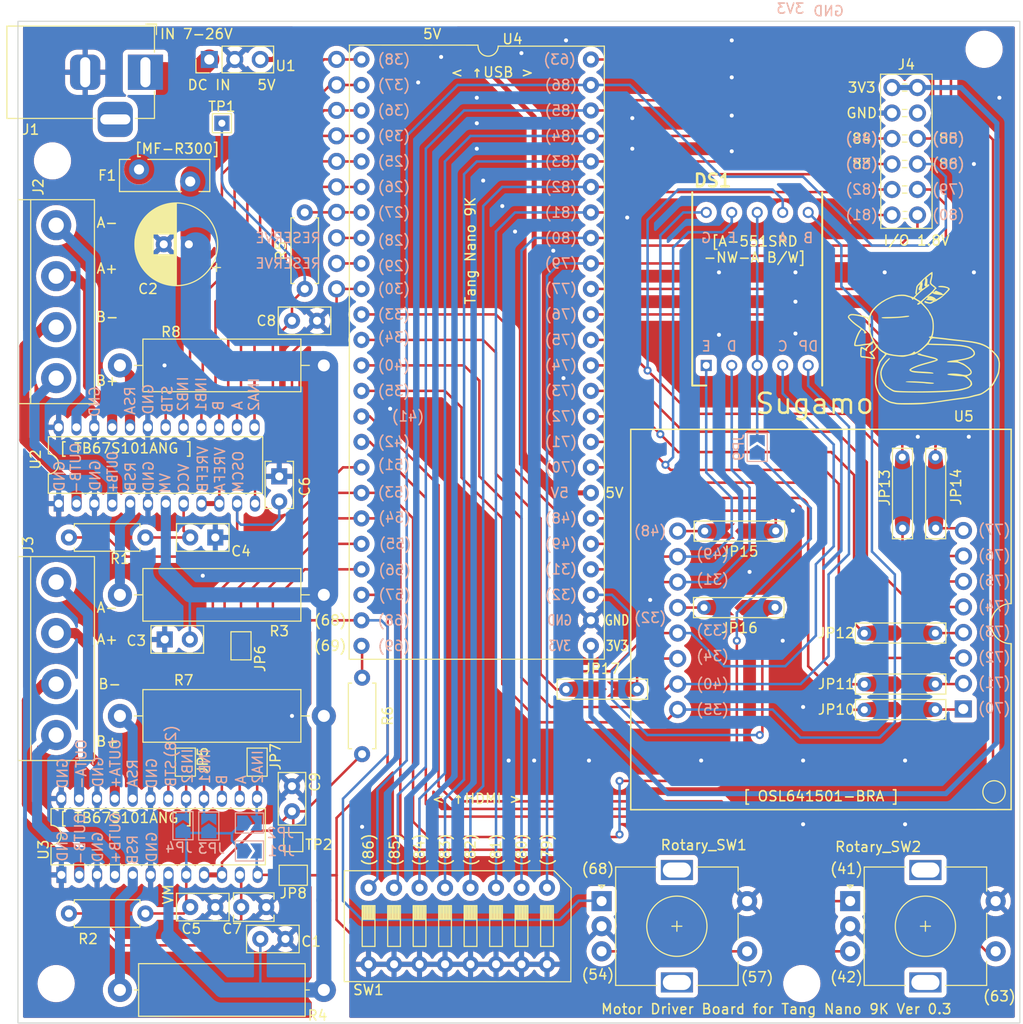
<source format=kicad_pcb>
(kicad_pcb (version 20211014) (generator pcbnew)
  (layers (0 "F.Cu" signal) (31 "B.Cu" signal) (34 "B.Paste" user) (35 "F.Paste" user) (36 "B.SilkS" user "B.Silkscreen") (37 "F.SilkS" user "F.Silkscreen") (38 "B.Mask" user) (39 "F.Mask" user) (44 "Edge.Cuts" user))
  (net 0 "")
  (net 1 "GND")
  (net 2 "Net-(C7-Pad1)")
  (net 3 "Net-(C6-Pad1)")
  (net 4 "Net-(J2-Pad1)")
  (net 5 "Net-(J2-Pad2)")
  (net 6 "Net-(J2-Pad3)")
  (net 7 "Net-(J2-Pad4)")
  (net 8 "Net-(J3-Pad1)")
  (net 9 "Net-(J3-Pad2)")
  (net 10 "Net-(J3-Pad3)")
  (net 11 "Net-(J3-Pad4)")
  (net 12 "/STANBY_1")
  (net 13 "Net-(F1-Pad1)")
  (net 14 "Net-(DS1-Pad1)")
  (net 15 "Net-(DS1-Pad2)")
  (net 16 "/R9")
  (net 17 "Net-(DS1-Pad4)")
  (net 18 "Net-(SW1-Pad3)")
  (net 19 "+5V")
  (net 20 "+3.3V")
  (net 21 "Net-(DS1-Pad5)")
  (net 22 "/INB1")
  (net 23 "/INB2")
  (net 24 "/INA2")
  (net 25 "/PHASEB_1")
  (net 26 "/VREF_1")
  (net 27 "/INA1")
  (net 28 "/PHASEA_1")
  (net 29 "/VM")
  (net 30 "/VCC_1")
  (net 31 "/VCC_2")
  (net 32 "Net-(DS1-Pad6)")
  (net 33 "Net-(SW1-Pad2)")
  (net 34 "/INA1_2")
  (net 35 "/INA2_2")
  (net 36 "/INB1_2")
  (net 37 "/INB2_2")
  (net 38 "Net-(SW1-Pad4)")
  (net 39 "Net-(SW1-Pad1)")
  (net 40 "Net-(SW1-Pad5)")
  (net 41 "Net-(SW1-Pad8)")
  (net 42 "Net-(SW1-Pad6)")
  (net 43 "Net-(SW1-Pad7)")
  (net 44 "/B_1")
  (net 45 "/A_1")
  (net 47 "Net-(JP8-Pad1)")
  (net 48 "Net-(DS1-Pad7)")
  (net 49 "Net-(DS1-Pad9)")
  (net 50 "Net-(DS1-Pad10)")
  (net 51 "/VREF_2")
  (net 52 "Net-(JP10-Pad1)")
  (net 53 "Net-(JP10-Pad2)")
  (net 54 "Net-(JP5-Pad1)")
  (net 55 "/STANBY_2")
  (net 56 "Net-(R3-Pad2)")
  (net 57 "Net-(R4-Pad2)")
  (net 58 "Net-(R6-Pad2)")
  (net 59 "Net-(R7-Pad1)")
  (net 60 "Net-(R8-Pad1)")
  (net 61 "/R1")
  (net 62 "Net-(Rotary_SW2-PadA)")
  (net 63 "Net-(Rotary_SW2-PadB)")
  (net 64 "Net-(Rotary_SW2-PadS1)")
  (net 65 "Net-(U4-Pad36)")
  (net 66 "/PHASEB_2")
  (net 67 "/PHASEA_2")
  (net 68 "/VREF_PWM_1")
  (net 69 "/Reserve_a")
  (net 70 "/Reserve_b")
  (net 71 "Net-(JP11-Pad1)")
  (net 72 "Net-(JP11-Pad2)")
  (net 73 "Net-(JP12-Pad2)")
  (net 74 "Net-(JP13-Pad1)")
  (net 75 "Net-(JP13-Pad2)")
  (net 76 "Net-(JP14-Pad1)")
  (net 77 "Net-(JP14-Pad2)")
  (net 78 "Net-(JP15-Pad1)")
  (net 79 "Net-(JP16-Pad1)")
  (net 80 "Net-(JP16-Pad2)")
  (net 81 "Net-(JP17-Pad1)")
  (net 82 "Net-(JP17-Pad2)")
  (footprint "Resistor_THT:R_Axial_DIN0516_L15.5mm_D5.0mm_P20.32mm_Horizontal" (layer "F.Cu") (at 91.44 104.14 180)
    (fp_text reference "R3")
    (fp_text value "0.22")
  )
  (footprint "Library:SolderJumper_Register_Horizontal" (layer "F.Cu") (at 148.844 113.03)
    (fp_text reference "JP11")
    (fp_text value "SolderJumper_2_Open")
  )
  (footprint "Resistor_THT:R_Axial_DIN0516_L15.5mm_D5.0mm_P20.32mm_Horizontal" (layer "F.Cu") (at 71.12 81.28)
    (fp_text reference "R8")
    (fp_text value "0.22")
  )
  (footprint "Resistor_THT:R_Axial_DIN0207_L6.3mm_D2.5mm_P7.62mm_Horizontal" (layer "F.Cu") (at 73.66 98.425 180)
    (fp_text reference "R1")
    (fp_text value "5.1k")
  )
  (footprint "Capacitor_THT:C_Disc_D5.0mm_W2.5mm_P2.50mm" (layer "F.Cu") (at 88.265 76.835)
    (fp_text reference "C8")
    (fp_text value "1μ")
  )
  (footprint "Resistor_THT:R_Axial_DIN0207_L6.3mm_D2.5mm_P7.62mm_Horizontal" (layer "F.Cu") (at 89.535 73.66 90)
    (fp_text reference "R5")
    (fp_text value "100k")
  )
  (footprint "Capacitor_THT:C_Disc_D3.8mm_W2.6mm_P2.50mm" (layer "F.Cu") (at 86.995 94.8375 90)
    (fp_text reference "C6")
    (fp_text value "270p")
  )
  (footprint "Library:logo_kamo" (layer "F.Cu") (at 151.13 79.375)
    (fp_text reference "G***" hide)
    (fp_text value "LOGO" hide)
  )
  (footprint "Library:SolderJumper_Register_Horizontal" (layer "F.Cu") (at 148.844 107.95)
    (fp_text reference "JP12")
    (fp_text value "SolderJumper_2_Open")
  )
  (footprint "Library:SolderJumper_Register_Horizontal" (layer "F.Cu") (at 132.842 105.41 180)
    (fp_text reference "JP16")
    (fp_text value "SolderJumper_2_Open")
  )
  (footprint "Capacitor_THT:C_Disc_D5.0mm_W2.5mm_P2.50mm" (layer "F.Cu") (at 88.265 125.71 90)
    (fp_text reference "C9")
    (fp_text value "1μ")
  )
  (footprint "Capacitor_THT:C_Disc_D5.0mm_W2.5mm_P2.50mm" (layer "F.Cu") (at 85.11 138.43)
    (fp_text reference "C1")
    (fp_text value "0.1μ")
  )
  (footprint "Jumper:SolderJumper-2_P1.3mm_Open_TrianglePad1.0x1.5mm" (layer "F.Cu") (at 77.638122 120.812889 -90)
    (fp_text reference "JP5")
    (fp_text value "SolderJumper_2_Open")
  )
  (footprint "MountingHole:MountingHole_2.7mm_M2.5" (layer "F.Cu") (at 157.226 49.784)
    (fp_text reference "REF**" hide)
    (fp_text value "MountingHole_2.7mm_M2.5" hide)
  )
  (footprint "Capacitor_THT:CP_Radial_D8.0mm_P2.50mm" (layer "F.Cu") (at 77.987651 69.215 180)
    (fp_text reference "C2")
    (fp_text value "100μ")
  )
  (footprint "Rotary_Encoder:RotaryEncoder_Alps_EC11E-Switch_Vertical_H20mm" (layer "F.Cu") (at 119.115 134.66)
    (fp_text reference "Rotary_SW1")
    (fp_text value "RotaryEncoder")
  )
  (footprint "Resistor_THT:R_Axial_DIN0207_L6.3mm_D2.5mm_P7.62mm_Horizontal" (layer "F.Cu") (at 95.25 120.015 90)
    (fp_text reference "R6")
    (fp_text value "100k")
  )
  (footprint "Jumper:SolderJumper-2_P1.3mm_Open_TrianglePad1.0x1.5mm" (layer "F.Cu") (at 84.791886 120.812889 -90)
    (fp_text reference "JP7")
    (fp_text value "SolderJumper_2_Open")
  )
  (footprint "TestPoint:TestPoint_Pad_1.5x1.5mm" (layer "F.Cu") (at 88.392 128.778)
    (fp_text reference "TP2")
    (fp_text value "TestPoint")
  )
  (footprint "Motors:TB67S101ANG" (layer "F.Cu") (at 65.024 95.046851 90)
    (fp_text reference "U2")
    (fp_text value "TB67S101ANG")
  )
  (footprint "samactech:DIPS1524W51P254L1270H825Q10N" (layer "F.Cu") (at 129.54 81.28 90)
    (fp_text reference "DS1")
    (fp_text value "A-551SRD-AG_W" hide)
  )
  (footprint "Capacitor_THT:C_Disc_D3.8mm_W2.6mm_P2.50mm" (layer "F.Cu") (at 83.205 135.255)
    (fp_text reference "C7")
    (fp_text value "270p")
  )
  (footprint "Connector_PinHeader_2.54mm:PinHeader_1x03_P2.54mm_Vertical" (layer "F.Cu") (at 80.025 50.8 90)
    (fp_text reference "U1")
    (fp_text value "BP5293-5")
  )
  (footprint "Resistor_THT:R_Axial_DIN0516_L15.5mm_D5.0mm_P20.32mm_Horizontal" (layer "F.Cu") (at 91.44 143.51 180)
    (fp_text reference "R4")
    (fp_text value "0.22")
  )
  (footprint "Motors:TB67S101ANG" (layer "F.Cu") (at 65.287702 132.045 90)
    (fp_text reference "U3")
    (fp_text value "TB67S101ANG")
  )
  (footprint "Capacitor_THT:C_Disc_D5.0mm_W2.5mm_P2.50mm" (layer "F.Cu") (at 78.125 135.255)
    (fp_text reference "C5")
    (fp_text value "0.1μ")
  )
  (footprint "LED_THT:OSL641501-ARA" (layer "F.Cu") (at 155.12 115.48 180)
    (fp_text reference "U5")
    (fp_text value "OSL641505-BB")
  )
  (footprint "Fuse:Fuse_Bourns_MF-RHT300" (layer "F.Cu") (at 73.025 61.755426)
    (fp_text reference "F1")
    (fp_text value "Polyfuse")
  )
  (footprint "Connector_BarrelJack:BarrelJack_Horizontal" (layer "F.Cu") (at 73.66 52.07)
    (fp_text reference "J1")
    (fp_text value "Jack-DC")
  )
  (footprint "Package_DIP:Tang_Nano_9K" (layer "F.Cu") (at 95.1875 50.8)
    (fp_text reference "U4")
    (fp_text value "TangNano9K")
  )
  (footprint "Library:SolderJumper_Register_Horizontal" (layer "F.Cu") (at 132.911 97.79 180)
    (fp_text reference "JP15")
    (fp_text value "SolderJumper_2_Open")
  )
  (footprint "Capacitor_THT:C_Disc_D5.0mm_W2.5mm_P2.50mm" (layer "F.Cu") (at 78.085 108.585 180)
    (fp_text reference "C3")
    (fp_text value "0.1μ")
  )
  (footprint "Connector_PinHeader_2.54mm:PinHeader_1x04_P2.54mm_Vertical" (layer "F.Cu") (at 92.71 68.57 180)
    (fp_text reference "Pin2" hide)
    (fp_text value "Reserve" hide)
  )
  (footprint "Resistor_THT:R_Axial_DIN0207_L6.3mm_D2.5mm_P7.62mm_Horizontal" (layer "F.Cu") (at 73.66 135.89 180)
    (fp_text reference "R2")
    (fp_text value "5.1k")
  )
  (footprint "MountingHole:MountingHole_2.7mm_M2.5" (layer "F.Cu") (at 64.77 142.875)
    (fp_text reference "REF**" hide)
    (fp_text value "MountingHole_2.7mm_M2.5" hide)
  )
  (footprint "Library:SolderJumper_Register_Horizontal" (layer "F.Cu") (at 152.4 93.98 -90)
    (fp_text reference "JP14")
    (fp_text value "SolderJumper_2_Open")
  )
  (footprint "Connector_PinHeader_2.54mm:PinHeader_1x02_P2.54mm_Vertical" (layer "F.Cu") (at 92.71 71.12)
    (fp_text reference "Pin3" hide)
    (fp_text value "Reserve" hide)
  )
  (footprint "TerminalBlock:TerminalBlock_bornier-4_P5.08mm" (layer "F.Cu") (at 64.77 102.87 -90)
    (fp_text reference "J3")
    (fp_text value "Screw_Terminal_01x04")
  )
  (footprint "Connector_PinHeader_2.54mm:PinHeader_1x04_P2.54mm_Vertical" (layer "F.Cu") (at 92.71 58.41 180)
    (fp_text reference "Pin1" hide)
    (fp_text value "Reserve" hide)
  )
  (footprint "MountingHole:MountingHole_2.7mm_M2.5" (layer "F.Cu") (at 139.065 142.875)
    (fp_text reference "REF**" hide)
    (fp_text value "MountingHole_2.7mm_M2.5" hide)
  )
  (footprint "Jumper:SolderJumper-2_P1.3mm_Open_TrianglePad1.0x1.5mm" (layer "F.Cu") (at 83.185 109.22 -90)
    (fp_text reference "JP6")
    (fp_text value "SolderJumper_2_Open")
  )
  (footprint "Connector_PinSocket_2.54mm:PinSocket_2x06_P2.54mm_Horizontal" (layer "F.Cu") (at 148.045 66.294 180)
    (fp_text reference "J4")
    (fp_text value "Pmod")
  )
  (footprint "TerminalBlock:TerminalBlock_bornier-4_P5.08mm" (layer "F.Cu") (at 64.77 67.31 -90)
    (fp_text reference "J2")
    (fp_text value "Screw_Terminal_01x04")
  )
  (footprint "TestPoint:TestPoint_THTPad_1.5x1.5mm_Drill0.7mm" (layer "F.Cu") (at 81.28 57.15)
    (fp_text reference "TP1")
    (fp_text value "TestPoint")
  )
  (footprint "Capacitor_THT:C_Disc_D5.0mm_W2.5mm_P2.50mm" (layer "F.Cu") (at 78.125 98.425)
    (fp_text reference "C4")
    (fp_text value "0.1μ")
  )
  (footprint "Library:SolderJumper_Register_Horizontal" (layer "F.Cu") (at 119.126 113.538)
    (fp_text reference "JP17")
    (fp_text value "SolderJumper_2_Open")
  )
  (footprint "Library:SolderJumper_Register_Horizontal" (layer "F.Cu") (at 149.098 93.98 -90)
    (fp_text reference "JP13")
    (fp_text value "SolderJumper_2_Open")
  )
  (footprint "Rotary_Encoder:RotaryEncoder_Alps_EC11E-Switch_Vertical_H20mm" (layer "F.Cu") (at 143.88 134.66)
    (fp_text reference "Rotary_SW2")
    (fp_text value "RotaryEncoder")
  )
  (footprint "Library:SolderJumper_Register_Horizontal" (layer "F.Cu") (at 148.844 115.57)
    (fp_text reference "JP10")
    (fp_text value "SolderJumper_2_Open")
  )
  (footprint "Button_Switch_THT:SW_DIP_SPSTx08_Slide_9.78x22.5mm_W7.62mm_P2.54mm" (layer "F.Cu") (at 113.675 133.329796 -90)
    (fp_text reference "SW1")
    (fp_text value "SW_DIP_x08")
  )
  (footprint "Jumper:SolderJumper-2_P1.3mm_Open_TrianglePad1.0x1.5mm" (layer "F.Cu") (at 88.392 132.08 180)
    (fp_text reference "JP8")
    (fp_text value "SolderJumper_2_Open")
  )
  (footprint "Resistor_THT:R_Axial_DIN0516_L15.5mm_D5.0mm_P20.32mm_Horizontal" (layer "F.Cu") (at 71.12 116.205)
    (fp_text reference "R7")
    (fp_text value "0.22")
  )
  (footprint "MountingHole:MountingHole_2.7mm_M2.5" (layer "F.Cu") (at 64.4 60.9)
    (fp_text reference "REF**" hide)
    (fp_text value "MountingHole_2.7mm_M2.5" hide)
  )
  (footprint "Jumper:SolderJumper-2_P1.3mm_Open_TrianglePad1.0x1.5mm" (layer "B.Cu") (at 84.023745 126.87605)
    (fp_text reference "JP2")
    (fp_text value "SolderJumper_2_Open")
  )
  (footprint "Jumper:SolderJumper-2_P1.3mm_Open_TrianglePad1.0x1.5mm" (layer "B.Cu") (at 79.976308 127.170409 90)
    (fp_text reference "JP3")
    (fp_text value "SolderJumper_2_Open")
  )
  (footprint "Jumper:SolderJumper-2_P1.3mm_Open_TrianglePad1.0x1.5mm" (layer "B.Cu") (at 134.62 89.445 90)
    (fp_text reference "JP9")
    (fp_text value "SolderJumper_2_Open")
  )
  (footprint "Jumper:SolderJumper-2_P1.3mm_Open_TrianglePad1.0x1.5mm" (layer "B.Cu") (at 77.400666 127.140973 90)
    (fp_text reference "JP4")
    (fp_text value "SolderJumper_2_Open")
  )
  (footprint "Jumper:SolderJumper-2_P1.3mm_Open_TrianglePad1.0x1.5mm" (layer "B.Cu") (at 84.023745 129.657743)
    (fp_text reference "JP1")
    (fp_text value "SolderJumper_2_Open")
  )
  (gr_rect (start 60.96 46.99) (end 160.79 146.8) (layer "Edge.Cuts") (width 0.1) (fill none))
  (gr_text "(73)" (at 115.062 83.82) (layer "B.SilkS") (effects (font (size 1 1)) (justify mirror)))
  (gr_text "INB2" (at 77.39832 84.12458 90) (layer "B.SilkS") (effects (font (size 1 1)) (justify mirror)))
  (gr_text "(72)" (at 158.242 110.363) (layer "B.SilkS") (effects (font (size 1 1)) (justify mirror)))
  (gr_text "E" (at 129.54 79.375) (layer "B.SilkS") (effects (font (size 1 1)) (justify mirror)))
  (gr_text "OSCM" (at 82.907308 91.869305 90) (layer "B.SilkS") (effects (font (size 1 1)) (justify mirror)))
  (gr_text "(84)" (at 145.034 58.674) (layer "B.SilkS") (effects (font (size 1 1)) (justify mirror)))
  (gr_text "(33)" (at 98.425 76.2) (layer "B.SilkS") (effects (font (size 1 1)) (justify mirror)))
  (gr_text "(49)" (at 115.062 99.06) (layer "B.SilkS") (effects (font (size 1 1)) (justify mirror)))
  (gr_text "(77)" (at 115.062 73.66) (layer "B.SilkS") (effects (font (size 1 1)) (justify mirror)))
  (gr_text "GND" (at 114.935 106.68) (layer "B.SilkS") (effects (font (size 1 0.8)) (justify mirror)))
  (gr_text "A" (at 82.829132 85.279759 90) (layer "B.SilkS") (effects (font (size 1 1)) (justify mirror)))
  (gr_text "DP" (at 139.7 79.375) (layer "B.SilkS") (effects (font (size 1 1)) (justify mirror)))
  (gr_text "VREFA" (at 81.097 91.648535 90) (layer "B.SilkS") (effects (font (size 1 1)) (justify mirror)))
  (gr_text "(86)" (at 153.67 61.214) (layer "B.SilkS") (effects (font (size 1 1)) (justify mirror)))
  (gr_text "GND" (at 68.948562 121.774731 90) (layer "B.SilkS") (effects (font (size 1 1)) (justify mirror)))
  (gr_text "(37)" (at 98.425 53.34) (layer "B.SilkS") (effects (font (size 1 1)) (justify mirror)))
  (gr_text "RSA" (at 72.39 121.92 90) (layer "B.SilkS") (effects (font (size 1 1)) (justify mirror)))
  (gr_text "(35)" (at 130.175 115.57) (layer "B.SilkS") (effects (font (size 1 1)) (justify mirror)))
  (gr_text "GND" (at 141.732 45.974) (layer "B.SilkS") (effects (font (size 1 1)) (justify mirror)))
  (gr_text "(48)" (at 123.952 97.79) (layer "B.SilkS") (effects (font (size 1 1)) (justify mirror)))
  (gr_text "(85)" (at 153.67 58.674) (layer "B.SilkS") (effects (font (size 1 1)) (justify mirror)))
  (gr_text "OUTB-" (at 67.140125 128.429947 90) (layer "B.SilkS") (effects (font (size 1 1)) (justify mirror)))
  (gr_text "(71)" (at 158.242 112.903) (layer "B.SilkS") (effects (font (size 1 1)) (justify mirror)))
  (gr_text "OUTA+" (at 70.662191 120.982883 90) (layer "B.SilkS") (effects (font (size 1 1)) (justify mirror)))
  (gr_text "(53)" (at 98.425 93.929167) (layer "B.SilkS") (effects (font (size 1 1)) (justify mirror)))
  (gr_text "GND" (at 68.913678 129.268507 90) (layer "B.SilkS") (effects (font (size 1 1)) (justify mirror)))
  (gr_text "STB" (at 76.2 121.92 90) (layer "B.SilkS") (effects (font (size 1 1)) (justify mirror)))
  (gr_text "RSA" (at 72.134962 84.78022 90) (layer "B.SilkS") (effects (font (size 1 1)) (justify mirror)))
  (gr_text "(76)" (at 115.062 76.2) (layer "B.SilkS") (effects (font (size 1 1)) (justify mirror)))
  (gr_text "GND" (at 73.939132 84.644759 90) (layer "B.SilkS") (effects (font (size 1 1)) (justify mirror)))
  (gr_text "RSB" (at 72.179074 92.378227 90) (layer "B.SilkS") (effects (font (size 1 1)) (justify mirror)))
  (gr_text "STB" (at 75.844132 84.644759 90) (layer "B.SilkS") (effects (font (size 1 1)) (justify mirror)))
  (gr_text "INB1" (at 79.218946 84.176598 90) (layer "B.SilkS") (effects (font (size 1 1)) (justify mirror)))
  (gr_text "(57)" (at 98.49984 104.133243) (layer "B.SilkS") (effects (font (size 1 1)) (justify mirror)))
  (gr_text "(56)" (at 98.49984 101.668084) (layer "B.SilkS") (effects (font (size 1 1)) (justify mirror)))
  (gr_text "(34)" (at 98.425 78.486) (layer "B.SilkS") (effects (font (size 1 1)) (justify mirror)))
  (gr_text "(79)" (at 153.67 63.754) (layer "B.SilkS") (effects (font (size 1 1)) (justify mirror)))
  (gr_text "(70)" (at 158.242 115.443) (layer "B.SilkS") (effects (font (size 1 1)) (justify mirror)))
  (gr_text "GND" (at 68.592386 84.896534 90) (layer "B.SilkS") (effects (font (size 1 1)) (justify mirror)))
  (gr_text "(30)" (at 98.425 73.66) (layer "B.SilkS") (effects (font (size 1 1)) (justify mirror)))
  (gr_text "GND" (at 68.658026 92.257062 90) (layer "B.SilkS") (effects (font (size 1 1)) (justify mirror)))
  (gr_text "B" (at 80.924132 85.279759 90) (layer "B.SilkS") (effects (font (size 1 1)) (justify mirror)))
  (gr_text "(86)" (at 115.062 53.34) (layer "B.SilkS") (effects (font (size 1 1)) (justify mirror)))
  (gr_text "(75)" (at 115.062 78.74) (layer "B.SilkS") (effects (font (size 1 1)) (justify mirror)))
  (gr_text "F" (at 132.08 68.58) (layer "B.SilkS") (effects (font (size 1 1)) (justify mirror)))
  (gr_text "A" (at 83.185 122.555 90) (layer "B.SilkS") (effects (font (size 1 1)) (justify mirror)))
  (gr_text "(42)" (at 98.425 88.9) (layer "B.SilkS") (effects (font (size 1 1)) (justify mirror)))
  (gr_text "GND" (at 65.402472 129.19048 90) (layer "B.SilkS") (effects (font (size 1 1)) (justify mirror)))
  (gr_text "(40)" (at 98.425 81.28) (layer "B.SilkS") (effects (font (size 1 1)) (justify mirror)))
  (gr_text "(51)" (at 98.425 91.186) (layer "B.SilkS") (effects (font (size 1 1)) (justify mirror)))
  (gr_text "(48)" (at 115.062 96.52) (layer "B.SilkS") (effects (font (size 1 1)) (justify mirror)))
  (gr_text "(40)" (at 130.175 113.03) (layer "B.SilkS") (effects (font (size 1 1)) (justify mirror)))
  (gr_text "(68)" (at 98.425 106.68) (layer "B.SilkS") (effects (font (size 1 1)) (justify mirror)))
  (gr_text "OUTA-" (at 67.273205 121.009687 90) (layer "B.SilkS") (effects (font (size 1 1)) (justify mirror)))
  (gr_text "RESERVE" (at 87.884 68.58) (layer "B.SilkS") (effects (font (size 1 1)) (justify mirror)))
  (gr_text "(80)" (at 115.062 68.58) (layer "B.SilkS") (effects (font (size 1 1)) (justify mirror)))
  (gr_text "VCC" (at 77.476384 92.487459 90) (layer "B.SilkS") (effects (font (size 1 1)) (justify mirror)))
  (gr_text "(33)" (at 130.175 107.696) (layer "B.SilkS") (effects (font (size 1 1)) (justify mirror)))
  (gr_text "OUTB+" (at 70.386583 91.90669 90) (layer "B.SilkS") (effects (font (size 1 0.8)) (justify mirror)))
  (gr_text "GND" (at 65.094802 92.30908 90) (layer "B.SilkS") (effects (font (size 1 1)) (justify mirror)))
  (gr_text "(74)" (at 115.062 81.28) (layer "B.SilkS") (effects (font (size 1 1)) (justify mirror)))
  (gr_text "(39)" (at 98.425 58.42) (layer "B.SilkS") (effects (font (size 1 1)) (justify mirror)))
  (gr_text "(32)" (at 123.952 106.426) (layer "B.SilkS") (effects (font (size 1 1)) (justify mirror)))
  (gr_text "GND" (at 73.972107 92.315428 90) (layer "B.SilkS") (effects (font (size 1 1)) (justify mirror)))
  (gr_text "(34)" (at 130.175 110.236) (layer "B.SilkS") (effects (font (size 1 1)) (justify mirror)))
  (gr_text "(85)" (at 115.062 55.88) (layer "B.SilkS") (effects (font (size 1 1)) (justify mirror)))
  (gr_text "(82)" (at 145.034 63.754) (layer "B.SilkS") (effects (font (size 1 1)) (justify mirror)))
  (gr_text "OUTB-" (at 66.715034 91.533785 90) (layer "B.SilkS") (effects (font (size 1 1)) (justify mirror)))
  (gr_text "(74)" (at 158.242 105.283) (layer "B.SilkS") (effects (font (size 1 1)) (justify mirror)))
  (gr_text "B" (at 139.7 68.58) (layer "B.SilkS") (effects (font (size 1 1)) (justify mirror)))
  (gr_text "(69)" (at 98.425 109.22) (layer "B.SilkS") (effects (font (size 1 1)) (justify mirror)))
  (gr_text "(35)" (at 98.425 83.82) (layer "B.SilkS") (effects (font (size 1 1)) (justify mirror)))
  (gr_text "(73)" (at 158.242 107.823) (layer "B.SilkS") (effects (font (size 1 1)) (justify mirror)))
  (gr_text "(81)" (at 115.062 66.04) (layer "B.SilkS") (effects (font (size 1 1)) (justify mirror)))
  (gr_text "(49)" (at 130.175 100.076) (layer "B.SilkS") (effects (font (size 1 1)) (justify mirror)))
  (gr_text "INB2" (at 77.849348 121.206355 90) (layer "B.SilkS") (effects (font (size 1 1)) (justify mirror)))
  (gr_text "(27)" (at 98.425 66.04) (layer "B.SilkS") (effects (font (size 1 1)) (justify mirror)))
  (gr_text "(55)" (at 98.552 99.06) (layer "B.SilkS") (effects (font (size 1 1)) (justify mirror)))
  (gr_text "(84)" (at 115.062 58.42) (layer "B.SilkS") (effects (font (size 1 1)) (justify mirror)))
  (gr_text "(25)" (at 98.425 60.96) (layer "B.SilkS") (effects (font (size 1 1)) (justify mirror)))
  (gr_text "GND" (at 74.295 129.268507 90) (layer "B.SilkS") (effects (font (size 1 1)) (justify mirror)))
  (gr_text "(70)" (at 115.062 91.44) (layer "B.SilkS") (effects (font (size 1 1)) (justify mirror)))
  (gr_text "(28)" (at 98.425 68.834) (layer "B.SilkS") (effects (font (size 1 1)) (justify mirror)))
  (gr_text "RESERVE" (at 87.884 71.12) (layer "B.SilkS") (effects (font (size 1 1)) (justify mirror)))
  (gr_text "INA2" (at 84.845751 121.284382 90) (layer "B.SilkS") (effects (font (size 1 1)) (justify mirror)))
  (gr_text "3V3" (at 137.922 45.72) (layer "B.SilkS") (effects (font (size 1 1)) (justify mirror)))
  (gr_text "(63)" (at 114.935 50.8) (layer "B.SilkS") (effects (font (size 1 1)) (justify mirror)))
  (gr_text "3V3" (at 114.935 109.22) (layer "B.SilkS") (effects (font (size 1 0.8)) (justify mirror)))
  (gr_text "C" (at 137.16 79.375) (layer "B.SilkS") (effects (font (size 1 1)) (justify mirror)))
  (gr_text "(28)" (at 76.2 118.745 90) (layer "B.SilkS") (effects (font (size 1 1)) (justify mirror)))
  (gr_text "(31)" (at 130.175 102.616) (layer "B.SilkS") (effects (font (size 1 1)) (justify mirror)))
  (gr_text "(31)" (at 115.062 101.6) (layer "B.SilkS") (effects (font (size 1 1)) (justify mirror)))
  (gr_text "(79)" (at 115.062 71.12) (layer "B.SilkS") (effects (font (size 1 1)) (justify mirror)))
  (gr_text "RSB" (at 72.39 129.54 90) (layer "B.SilkS") (effects (font (size 1 1)) (justify mirror)))
  (gr_text "D" (at 132.08 79.375) (layer "B.SilkS") (effects (font (size 1 1)) (justify mirror)))
  (gr_text "GND" (at 74.295 121.92 90) (layer "B.SilkS") (effects (font (size 1 1)) (justify mirror)))
  (gr_text "(83)" (at 115.062 60.96) (layer "B.SilkS") (effects (font (size 1 1)) (justify mirror)))
  (gr_text "(76)" (at 158.242 100.203) (layer "B.SilkS") (effects (font (size 1 1)) (justify mirror)))
  (gr_text "INA2" (at 84.468313 84.179378 90) (layer "B.SilkS") (effects (font (size 1 1)) (justify mirror)))
  (gr_text "(71)" (at 115.062 88.9) (layer "B.SilkS") (effects (font (size 1 1)) (justify mirror)))
  (gr_text "(83)" (at 145.034 61.214) (layer "B.SilkS") (effects (font (size 1 1)) (justify mirror)))
  (gr_text "(29)" (at 98.425 71.374) (layer "B.SilkS") (effects (font (size 1 1)) (justify mirror)))
  (gr_text "(54)" (at 98.480818 96.446164) (layer "B.SilkS") (effects (font (size 1 1)) (justify mirror)))
  (gr_text "(82)" (at 115.062 63.5) (layer "B.SilkS") (effects (font (size 1 1)) (justify mirror)))
  (gr_text "(41)" (at 99.822 86.36) (layer "B.SilkS") (effects (font (size 1 1)) (justify mirror)))
  (gr_text "INB1" (at 79.591947 121.232364 90) (layer "B.SilkS") (effects (font (size 1 1)) (justify mirror)))
  (gr_text "G" (at 129.54 68.58) (layer "B.SilkS") (effects (font (size 1 1)) (justify mirror)))
  (gr_text "VM" (at 75.629501 93.011497 90) (layer "B.SilkS") (effects (font (size 1 1)) (justify mirror)))
  (gr_text "A" (at 137.16 68.58) (layer "B.SilkS") (effects (font (size 1 1)) (justify mirror)))
  (gr_text "(72)" (at 115.062 86.36) (layer "B.SilkS") (effects (font (size 1 1)) (justify mirror)))
  (gr_text "GND" (at 65.405 121.92 90) (layer "B.SilkS") (effects (font (size 1 1)) (justify mirror)))
  (gr_text "(38)" (at 98.425 50.8) (layer "B.SilkS") (effects (font (size 1 1)) (justify mirror)))
  (gr_text "VREFB" (at 79.374999 91.626458 90) (layer "B.SilkS") (effects (font (size 1 1)) (justify mirror)))
  (gr_text "(77)" (at 158.242 97.663) (layer "B.SilkS") (effects (font (size 1 1)) (justify mirror)))
  (gr_text "(75)" (at 158.242 102.743) (layer "B.SilkS") (effects (font (size 1 1)) (justify mirror)))
  (gr_text "(81)" (at 145.034 66.294) (layer "B.SilkS") (effects (font (size 1 1)) (justify mirror)))
  (gr_text "5V" (at 114.935 93.98) (layer "B.SilkS") (effects (font (size 1 1)) (justify mirror)))
  (gr_text "OUTB+" (at 70.653459 128.364691 90) (layer "B.SilkS") (effects (font (size 1 1)) (justify mirror)))
  (gr_text "(26)" (at 98.425 63.5) (layer "B.SilkS") (effects (font (size 1 1)) (justify mirror)))
  (gr_text "B" (at 81.28 122.555 90) (layer "B.SilkS") (effects (font (size 1 1)) (justify mirror)))
  (gr_text "(80)" (at 153.67 66.294) (layer "B.SilkS") (effects (font (size 1 1)) (justify mirror)))
  (gr_text "(32)" (at 115.062 104.14) (layer "B.SilkS") (effects (font (size 1 1)) (justify mirror)))
  (gr_text "(36)" (at 98.425 55.88) (layer "B.SilkS") (effects (font (size 1 1)) (justify mirror)))
  (gr_text "5V" (at 102.235 48.26) (layer "F.SilkS") (effects (font (size 1 1))))
  (gr_text "[ TB67S101ANG ]" (at 71.755 126.365) (layer "F.SilkS") (effects (font (size 1 1))))
  (gr_text "GND" (at 145.034 56.134) (layer "F.SilkS") (effects (font (size 1 1))))
  (gr_text "(84)" (at 145.034 58.674) (layer "F.SilkS") (effects (font (size 1 1))))
  (gr_text "A-" (at 69.85 105.41) (layer "F.SilkS") (effects (font (size 1 1))))
  (gr_text "(79)" (at 113.665 129.54 90) (layer "F.SilkS") (effects (font (size 1 1))))
  (gr_text "(42)" (at 143.51 142.24) (layer "F.SilkS") (effects (font (size 1 1))))
  (gr_text "B-" (at 70.104 113.03) (layer "F.SilkS") (effects (font (size 1 1))))
  (gr_text "(41)" (at 143.51 131.445) (layer "F.SilkS") (effects (font (size 1 1))))
  (gr_text "(68)" (at 118.745 131.445) (layer "F.SilkS") (effects (font (size 1 1))))
  (gr_text "(85)" (at 98.5 129.54 90) (layer "F.SilkS") (effects (font (size 1 1))))
  (gr_text "(86)" (at 153.67 61.214) (layer "F.SilkS") (effects (font (size 1 1))))
  (gr_text "[ TB67S101ANG ]" (at 71.755 89.535) (layer "F.SilkS") (effects (font (size 1 1))))
  (gr_text "(83)" (at 145.034 61.214) (layer "F.SilkS") (effects (font (size 1 1))))
  (gr_text "VM" (at 75.924839 133.985 90) (layer "F.SilkS") (effects (font (size 1 1))))
  (gr_text "(86)" (at 95.885 129.54 90) (layer "F.SilkS") (effects (font (size 1 1))))
  (gr_text "(84)" (at 100.965 129.54 90) (layer "F.SilkS") (effects (font (size 1 1))))
  (gr_text "[MF-R300]" (at 76.835 59.69) (layer "F.SilkS") (effects (font (size 1 1))))
  (gr_text "[ OSL641501-BRA ]" (at 140.97 124.206) (layer "F.SilkS") (effects (font (size 1 1))))
  (gr_text "B+" (at 69.872279 118.745) (layer "F.SilkS") (effects (font (size 1 1))))
  (gr_text "(69)" (at 92.075 109.22) (layer "F.SilkS") (effects (font (size 1 1))))
  (gr_text "(83)" (at 103.505 129.54 90) (layer "F.SilkS") (effects (font (size 1 1))))
  (gr_text "3V3" (at 120.65 109.22) (layer "F.SilkS") (effects (font (size 1 0.8))))
  (gr_text "GND" (at 120.65 106.68) (layer "F.SilkS") (effects (font (size 1 0.8))))
  (gr_text "(81)" (at 108.585 129.54 90) (layer "F.SilkS") (effects (font (size 1 1))))
  (gr_text "Motor Driver Board for Tang Nano 9K Ver 0.3" (at 136.525 145.415) (layer "F.SilkS") (effects (font (size 1 1))))
  (gr_text "(82)" (at 106.045 129.54 90) (layer "F.SilkS") (effects (font (size 1 1))))
  (gr_text "(80)" (at 111.125 129.54 90) (layer "F.SilkS") (effects (font (size 1 1))))
  (gr_text "DC IN" (at 80.01 53.34) (layer "F.SilkS") (effects (font (size 1 1))))
  (gr_text "IN 7-26V" (at 78.74 48.26) (layer "F.SilkS") (effects (font (size 1 1))))
  (gr_text "3V3" (at 145.034 53.594) (layer "F.SilkS") (effects (font (size 1 1))))
  (gr_text "(57)" (at 134.62 142.24) (layer "F.SilkS") (effects (font (size 1 1))))
  (gr_text "B-" (at 69.85 76.454) (layer "F.SilkS") (effects (font (size 1 1))))
  (gr_text "Sugamo" (at 140.335 85.09) (layer "F.SilkS") (effects (font (size 2 2) (thickness 0.25))))
  (gr_text "A-" (at 69.85 67.056) (layer "F.SilkS") (effects (font (size 1 1))))
  (gr_text "Tang Nano 9K" (at 106.045 69.85 90) (layer "F.SilkS") (effects (font (size 1 1))))
  (gr_text "A+" (at 69.85 71.628) (layer "F.SilkS") (effects (font (size 1 1))))
  (gr_text "5V" (at 85.725 53.34) (layer "F.SilkS") (effects (font (size 1 1))))
  (gr_text "(63)" (at 158.75 144.145) (layer "F.SilkS") (effects (font (size 1 1))))
  (gr_text "5V" (at 120.396 93.98) (layer "F.SilkS") (effects (font (size 1 1))))
  (gr_text "I/O 1.8V" (at 150.495 68.834) (layer "F.SilkS") (effects (font (size 1 1))))
  (gr_text "< ↑USB >" (at 108.204 52.07) (layer "F.SilkS") (effects (font (size 1 1))))
  (gr_text "(85)" (at 153.67 58.674) (layer "F.SilkS") (effects (font (size 1 1))))
  (gr_text "B+" (at 69.85 82.804) (layer "F.SilkS") (effects (font (size 1 1))))
  (gr_text "(54)" (at 118.745 141.986) (layer "F.SilkS") (effects (font (size 1 1))))
  (gr_text "< ↑HDMI >" (at 106.68 124.46) (layer "F.SilkS") (effects (font (size 1 1))))
  (gr_text "[A-551SRD\n-NW-A B/W]" (at 134.366 69.723) (layer "F.SilkS") (effects (font (size 1 1))))
  (gr_text "A+" (at 69.85 108.585) (layer "F.SilkS") (effects (font (size 1 1))))
  (gr_text "(68)" (at 92.075 106.68) (layer "F.SilkS") (effects (font (size 1 1))))
  (segment (start 73.914 87.458851) (end 73.902 87.446851) (width 0.5) (layer "F.Cu") (net 1))
  (via (at 138.176 95.758) (size 0.8) (drill 0.4) (layers "F.Cu" "B.Cu") (net 1))
  (via (at 115.57 48.895) (size 0.8) (drill 0.4) (layers "F.Cu" "B.Cu") (net 1))
  (via (at 149.352 127) (size 0.8) (drill 0.4) (layers "F.Cu" "B.Cu") (net 1))
  (via (at 95.25 127.254) (size 0.8) (drill 0.4) (layers "F.Cu" "B.Cu") (net 1))
  (via (at 79.375 102.235) (size 0.8) (drill 0.4) (layers "F.Cu" "B.Cu") (net 1))
  (via (at 138.43 72.009) (size 0.8) (drill 0.4) (layers "F.Cu" "B.Cu") (net 1))
  (via (at 115.316 82.55) (size 0.8) (drill 0.4) (layers "F.Cu" "B.Cu") (net 1))
  (via (at 106.68 57.15) (size 0.8) (drill 0.4) (layers "F.Cu" "B.Cu") (net 1))
  (via (at 107.315 62.865) (size 0.8) (drill 0.4) (layers "F.Cu" "B.Cu") (net 1))
  (via (at 98.044 85.598) (size 0.8) (drill 0.4) (layers "F.Cu" "B.Cu") (net 1))
  (via (at 149.352 120.65) (size 0.8) (drill 0.4) (layers "F.Cu" "B.Cu") (net 1))
  (via (at 129.032 120.65) (size 0.8) (drill 0.4) (layers "F.Cu" "B.Cu") (net 1))
  (via (at 138.43 74.93) (size 0.8) (drill 0.4) (layers "F.Cu" "B.Cu") (net 1))
  (via (at 147.32 72.009) (size 0.8) (drill 0.4) (layers "F.Cu" "B.Cu") (net 1))
  (via (at 122.174 59.69) (size 0.8) (drill 0.4) (layers "F.Cu" "B.Cu") (net 1))
  (via (at 75.565 81.28) (size 0.8) (drill 0.4) (layers "F.Cu" "B.Cu") (net 1))
  (via (at 123.952 104.648) (size 0.8) (drill 0.4) (layers "F.Cu" "B.Cu") (net 1))
  (via (at 158.75 54.61) (size 0.8) (drill 0.4) (layers "F.Cu" "B.Cu") (net 1))
  (via (at 139.192 120.65) (size 0.8) (drill 0.4) (layers "F.Cu" "B.Cu") (net 1))
  (via (at 132.08 48.895) (size 0.8) (drill 0.4) (layers "F.Cu" "B.Cu") (net 1))
  (via (at 109.855 120.65) (size 0.8) (drill 0.4) (layers "F.Cu" "B.Cu") (net 1))
  (via (at 139.192 127) (size 0.8) (drill 0.4) (layers "F.Cu" "B.Cu") (net 1))
  (via (at 132.08 52.578) (size 0.8) (drill 0.4) (layers "F.Cu" "B.Cu") (net 1))
  (via (at 106.68 54.61) (size 0.8) (drill 0.4) (layers "F.Cu" "B.Cu") (net 1))
  (via (at 112.395 120.65) (size 0.8) (drill 0.4) (layers "F.Cu" "B.Cu") (net 1))
  (via (at 103.124 50.546) (size 0.8) (drill 0.4) (layers "F.Cu" "B.Cu") (net 1))
  (via (at 130.81 72.009) (size 0.8) (drill 0.4) (layers "F.Cu" "B.Cu") (net 1))
  (via (at 156.21 72.009) (size 0.8) (drill 0.4) (layers "F.Cu" "B.Cu") (net 1))
  (via (at 114.3 69.85) (size 0.8) (drill 0.4) (layers "F.Cu" "B.Cu") (net 1))
  (via (at 88.265 116.205) (size 0.8) (drill 0.4) (layers "F.Cu" "B.Cu") (net 1))
  (via (at 106.68 59.69) (size 0.8) (drill 0.4) (layers "F.Cu" "B.Cu") (net 1))
  (via (at 150.622 88.392) (size 0.8) (drill 0.4) (layers "F.Cu" "B.Cu") (net 1))
  (via (at 138.43 78.105) (size 0.8) (drill 0.4) (layers "F.Cu" "B.Cu") (net 1))
  (via (at 137.16 108.712) (size 0.8) (drill 0.4) (layers "F.Cu" "B.Cu") (net 1))
  (via (at 100.838 53.086) (size 0.8) (drill 0.4) (layers "F.Cu" "B.Cu") (net 1))
  (via (at 156.21 61.214) (size 0.8) (drill 0.4) (layers "F.Cu" "B.Cu") (net 1))
  (via (at 130.81 78.232) (size 0.8) (drill 0.4) (layers "F.Cu" "B.Cu") (net 1))
  (via (at 155.702 88.392) (size 0.8) (drill 0.4) (layers "F.Cu" "B.Cu") (net 1))
  (via (at 111.125 50.165) (size 0.8) (drill 0.4) (layers "F.Cu" "B.Cu") (net 1))
  (via (at 110.49 67.945) (size 0.8) (drill 0.4) (layers "F.Cu" "B.Cu") (net 1))
  (via (at 139.192 115.316) (size 0.8) (drill 0.4) (layers "F.Cu" "B.Cu") (net 1))
  (via (at 109.22 65.405) (size 0.8) (drill 0.4) (layers "F.Cu" "B.Cu") (net 1))
  (via (at 122.174 56.642) (size 0.8) (drill 0.4) (layers "F.Cu" "B.Cu") (net 1))
  (via (at 121.666 66.548) (size 0.8) (drill 0.4) (layers "F.Cu" "B.Cu") (net 1))
  (via (at 133.858 101.854) (size 0.8) (drill 0.4) (layers "F.Cu" "B.Cu") (net 1))
  (via (at 132.08 56.388) (size 0.8) (drill 0.4) (layers "F.Cu" "B.Cu") (net 1))
  (via (at 132.08 59.944) (size 0.8) (drill 0.4) (layers "F.Cu" "B.Cu") (net 1))
  (via (at 117.856 120.65) (size 0.8) (drill 0.4) (layers "F.Cu" "B.Cu") (net 1))
  (segment (start 65.024 87.458851) (end 65.012 87.446851) (width 0.25) (layer "B.Cu") (net 1))
  (segment (start 66.04 135.89) (end 67.945 135.89) (width 0.25) (layer "F.Cu") (net 2))
  (segment (start 83.205 136.505) (end 83.205 135.255) (width 0.25) (layer "F.Cu") (net 2))
  (segment (start 83.205 132.182298) (end 83.067702 132.045) (width 0.25) (layer "F.Cu") (net 2))
  (segment (start 80.645 139.065) (end 83.205 136.505) (width 0.25) (layer "F.Cu") (net 2))
  (segment (start 83.205 135.255) (end 83.205 132.182298) (width 0.25) (layer "F.Cu") (net 2))
  (segment (start 71.12 139.065) (end 80.645 139.065) (width 0.25) (layer "F.Cu") (net 2))
  (segment (start 67.945 135.89) (end 71.12 139.065) (width 0.25) (layer "F.Cu") (net 2))
  (segment (start 82.804 99.441) (end 82.804 95.046851) (width 0.25) (layer "F.Cu") (net 3))
  (segment (start 71.755 100.33) (end 81.915 100.33) (width 0.25) (layer "F.Cu") (net 3))
  (segment (start 69.85 98.425) (end 71.755 100.33) (width 0.25) (layer "F.Cu") (net 3))
  (segment (start 81.915 100.33) (end 82.804 99.441) (width 0.25) (layer "F.Cu") (net 3))
  (segment (start 66.04 98.425) (end 69.85 98.425) (width 0.25) (layer "F.Cu") (net 3))
  (segment (start 86.36 97.155) (end 86.995 96.52) (width 0.25) (layer "B.Cu") (net 3))
  (segment (start 82.804 95.046851) (end 82.804 96.774) (width 0.25) (layer "B.Cu") (net 3))
  (segment (start 86.995 96.52) (end 86.995 94.8375) (width 0.25) (layer "B.Cu") (net 3))
  (segment (start 82.804 96.774) (end 83.185 97.155) (width 0.25) (layer "B.Cu") (net 3))
  (segment (start 83.185 97.155) (end 86.36 97.155) (width 0.25) (layer "B.Cu") (net 3))
  (segment (start 68.199 70.739) (end 68.199 84.582) (width 1) (layer "B.Cu") (net 4))
  (segment (start 68.199 84.582) (end 66.79 85.991) (width 1) (layer "B.Cu") (net 4))
  (segment (start 64.77 67.31) (end 68.199 70.739) (width 1) (layer "B.Cu") (net 4))
  (segment (start 66.79 85.991) (end 66.79 87.446851) (width 1) (layer "B.Cu") (net 4))
  (segment (start 64.77 72.39) (end 66.675 72.39) (width 1) (layer "F.Cu") (net 5))
  (segment (start 66.675 72.39) (end 67.945 73.66) (width 1) (layer "F.Cu") (net 5))
  (segment (start 67.945 73.66) (end 67.945 83.280553) (width 1) (layer "F.Cu") (net 5))
  (segment (start 70.346 85.681553) (end 70.346 87.446851) (width 1) (layer "F.Cu") (net 5))
  (segment (start 67.945 83.280553) (end 70.346 85.681553) (width 1) (layer "F.Cu") (net 5))
  (segment (start 64.77 77.47) (end 63.5 77.47) (width 1) (layer "F.Cu") (net 6))
  (segment (start 66.802 93.915481) (end 66.802 95.046851) (width 1) (layer "F.Cu") (net 6))
  (segment (start 61.595 88.708481) (end 66.802 93.915481) (width 1) (layer "F.Cu") (net 6))
  (segment (start 63.5 77.47) (end 61.595 79.375) (width 1) (layer "F.Cu") (net 6))
  (segment (start 61.595 79.375) (end 61.595 88.708481) (width 1) (layer "F.Cu") (net 6))
  (segment (start 68.707 91.186) (end 70.358 92.837) (width 1) (layer "B.Cu") (net 7))
  (segment (start 62.611 84.709) (end 62.611 89.154) (width 1) (layer "B.Cu") (net 7))
  (segment (start 64.77 82.55) (end 62.611 84.709) (width 1) (layer "B.Cu") (net 7))
  (segment (start 64.643 91.186) (end 68.707 91.186) (width 1) (layer "B.Cu") (net 7))
  (segment (start 62.611 89.154) (end 64.643 91.186) (width 1) (layer "B.Cu") (net 7))
  (segment (start 70.358 92.837) (end 70.358 95.046851) (width 1) (layer "B.Cu") (net 7))
  (segment (start 64.77 102.87) (end 67.945 106.045) (width 1) (layer "B.Cu") (net 8))
  (segment (start 67.945 106.045) (end 67.945 120.396) (width 1) (layer "B.Cu") (net 8))
  (segment (start 67.053702 121.287298) (end 67.053702 124.445) (width 1) (layer "B.Cu") (net 8))
  (segment (start 67.945 120.396) (end 67.053702 121.287298) (width 1) (layer "B.Cu") (net 8))
  (segment (start 70.609702 124.445) (end 70.609702 122.679702) (width 1) (layer "F.Cu") (net 9))
  (segment (start 70.609702 122.679702) (end 67.945 120.015) (width 1) (layer "F.Cu") (net 9))
  (segment (start 67.945 109.22) (end 66.675 107.95) (width 1) (layer "F.Cu") (net 9))
  (segment (start 66.675 107.95) (end 64.77 107.95) (width 1) (layer "F.Cu") (net 9))
  (segment (start 67.945 120.015) (end 67.945 109.22) (width 1) (layer "F.Cu") (net 9))
  (segment (start 61.849 114.681) (end 61.849 124.968) (width 1) (layer "F.Cu") (net 10))
  (segment (start 61.849 124.968) (end 67.065702 130.184702) (width 1) (layer "F.Cu") (net 10))
  (segment (start 63.5 113.03) (end 61.849 114.681) (width 1) (layer "F.Cu") (net 10))
  (segment (start 64.77 113.03) (end 63.5 113.03) (width 1) (layer "F.Cu") (net 10))
  (segment (start 67.065702 130.184702) (end 67.065702 132.045) (width 1) (layer "F.Cu") (net 10))
  (segment (start 62.865 127) (end 64.135 128.27) (width 1) (layer "B.Cu") (net 11))
  (segment (start 64.135 128.27) (end 68.58 128.27) (width 1) (layer "B.Cu") (net 11))
  (segment (start 68.58 128.27) (end 70.621702 130.311702) (width 1) (layer "B.Cu") (net 11))
  (segment (start 64.77 118.11) (end 62.865 120.015) (width 1) (layer "B.Cu") (net 11))
  (segment (start 70.621702 130.311702) (end 70.621702 132.045) (width 1) (layer "B.Cu") (net 11))
  (segment (start 62.865 120.015) (end 62.865 127) (width 1) (layer "B.Cu") (net 11))
  (segment (start 75.68 84.34) (end 78.105 81.915) (width 0.25) (layer "F.Cu") (net 12))
  (segment (start 95.1875 50.8) (end 92.72 50.8) (width 0.25) (layer "F.Cu") (net 12))
  (segment (start 78.105 81.915) (end 78.105 73.66) (width 0.25) (layer "F.Cu") (net 12))
  (segment (start 81.28 62.23) (end 90.17 53.34) (width 0.25) (layer "F.Cu") (net 12))
  (segment (start 81.28 70.485) (end 81.28 62.23) (width 0.25) (layer "F.Cu") (net 12))
  (segment (start 78.105 73.66) (end 81.28 70.485) (width 0.25) (layer "F.Cu") (net 12))
  (segment (start 90.17 52.07) (end 91.45 50.79) (width 0.25) (layer "F.Cu") (net 12))
  (segment (start 90.17 53.34) (end 90.17 52.07) (width 0.25) (layer "F.Cu") (net 12))
  (segment (start 91.45 50.79) (end 92.71 50.79) (width 0.25) (layer "F.Cu") (net 12))
  (segment (start 75.68 87.446851) (end 75.68 84.34) (width 0.25) (layer "F.Cu") (net 12))
  (segment (start 76.2 58.580426) (end 73.025 61.755426) (width 3) (layer "F.Cu") (net 13))
  (segment (start 78.755 52.07) (end 80.025 50.8) (width 2) (layer "F.Cu") (net 13))
  (segment (start 75.565 52.07) (end 78.755 52.07) (width 2) (layer "F.Cu") (net 13))
  (segment (start 76.2 53.34) (end 76.2 58.580426) (width 3) (layer "F.Cu") (net 13))
  (segment (start 73.66 52.07) (end 75.565 52.07) (width 2) (layer "F.Cu") (net 13))
  (segment (start 75.184 52.451) (end 75.456394 52.178606) (width 2) (layer "F.Cu") (net 13))
  (segment (start 75.456394 52.178606) (end 75.565 52.07) (width 1.5) (layer "F.Cu") (net 13))
  (segment (start 118.0475 99.06) (end 121.92 99.06) (width 0.25) (layer "F.Cu") (net 14))
  (segment (start 123.19 100.33) (end 126.69 100.33) (width 0.25) (layer "F.Cu") (net 14))
  (segment (start 121.92 99.06) (end 123.19 100.33) (width 0.25) (layer "F.Cu") (net 14))
  (segment (start 126.69 100.33) (end 130.048 100.33) (width 0.25) (layer "B.Cu") (net 14))
  (segment (start 129.54 91.948) (end 129.54 81.28) (width 0.25) (layer "B.Cu") (net 14))
  (segment (start 132.08 98.298) (end 132.08 94.488) (width 0.25) (layer "B.Cu") (net 14))
  (segment (start 132.08 94.488) (end 129.54 91.948) (width 0.25) (layer "B.Cu") (net 14))
  (segment (start 130.048 100.33) (end 132.08 98.298) (width 0.25) (layer "B.Cu") (net 14))
  (segment (start 121.92 101.6) (end 123.19 102.87) (width 0.25) (layer "F.Cu") (net 15))
  (segment (start 123.19 102.87) (end 126.69 102.87) (width 0.25) (layer "F.Cu") (net 15))
  (segment (start 118.0475 101.6) (end 121.92 101.6) (width 0.25) (layer "F.Cu") (net 15))
  (segment (start 133.858 93.472) (end 132.08 91.694) (width 0.25) (layer "B.Cu") (net 15))
  (segment (start 132.08 91.694) (end 132.08 81.28) (width 0.25) (layer "B.Cu") (net 15))
  (segment (start 133.858 99.568) (end 133.858 93.472) (width 0.25) (layer "B.Cu") (net 15))
  (segment (start 126.69 102.87) (end 130.556 102.87) (width 0.25) (layer "B.Cu") (net 15))
  (segment (start 130.556 102.87) (end 133.858 99.568) (width 0.25) (layer "B.Cu") (net 15))
  (segment (start 134.62 81.28) (end 134.62 88.72) (width 0.25) (layer "B.Cu") (net 16))
  (segment (start 134.62 81.28) (end 134.62 78.74) (width 0.25) (layer "B.Cu") (net 16))
  (segment (start 134.62 76.414178) (end 134.62 66.04) (width 0.25) (layer "B.Cu") (net 16))
  (segment (start 134.62 78.74) (end 134.62 76.414178) (width 0.25) (layer "B.Cu") (net 16))
  (segment (start 123.825 107.95) (end 126.69 107.95) (width 0.25) (layer "F.Cu") (net 17))
  (segment (start 110.236 91.44) (end 114.935 96.139) (width 0.25) (layer "F.Cu") (net 17))
  (segment (start 120.015 111.76) (end 123.825 107.95) (width 0.25) (layer "F.Cu") (net 17))
  (segment (start 114.935 110.49) (end 116.205 111.76) (width 0.25) (layer "F.Cu") (net 17))
  (segment (start 114.935 96.139) (end 114.935 110.49) (width 0.25) (layer "F.Cu") (net 17))
  (segment (start 95.1875 76.2) (end 108.585 76.2) (width 0.25) (layer "F.Cu") (net 17))
  (segment (start 116.205 111.76) (end 120.015 111.76) (width 0.25) (layer "F.Cu") (net 17))
  (segment (start 110.236 77.851) (end 110.236 91.44) (width 0.25) (layer "F.Cu") (net 17))
  (segment (start 108.585 76.2) (end 110.236 77.851) (width 0.25) (layer "F.Cu") (net 17))
  (segment (start 137.414 111.252) (end 140.462 108.204) (width 0.25) (layer "B.Cu") (net 17))
  (segment (start 128.016 107.95) (end 131.318 111.252) (width 0.25) (layer "B.Cu") (net 17))
  (segment (start 142.24 89.154) (end 137.16 84.074) (width 0.25) (layer "B.Cu") (net 17))
  (segment (start 131.318 111.252) (end 137.414 111.252) (width 0.25) (layer "B.Cu") (net 17))
  (segment (start 142.24 99.314) (end 142.24 89.154) (width 0.25) (layer "B.Cu") (net 17))
  (segment (start 126.69 107.95) (end 128.016 107.95) (width 0.25) (layer "B.Cu") (net 17))
  (segment (start 140.462 101.092) (end 142.24 99.314) (width 0.25) (layer "B.Cu") (net 17))
  (segment (start 140.462 108.204) (end 140.462 101.092) (width 0.25) (layer "B.Cu") (net 17))
  (segment (start 137.16 84.074) (end 137.16 81.28) (width 0.25) (layer "B.Cu") (net 17))
  (segment (start 118.0475 66.04) (end 119.38 66.04) (width 0.25) (layer "F.Cu") (net 18))
  (segment (start 142.494 64.008) (end 144.78 66.294) (width 0.25) (layer "F.Cu") (net 18))
  (segment (start 121.412 64.008) (end 142.494 64.008) (width 0.25) (layer "F.Cu") (net 18))
  (segment (start 144.78 66.294) (end 148.045 66.294) (width 0.25) (layer "F.Cu") (net 18))
  (segment (start 119.38 66.04) (end 121.412 64.008) (width 0.25) (layer "F.Cu") (net 18))
  (segment (start 108.585 124.46) (end 108.585 67.945) (width 0.25) (layer "B.Cu") (net 18))
  (segment (start 108.585 67.945) (end 110.49 66.04) (width 0.25) (layer "B.Cu") (net 18))
  (segment (start 108.595 133.329796) (end 108.595 124.47) (width 0.25) (layer "B.Cu") (net 18))
  (segment (start 110.49 66.04) (end 118.0475 66.04) (width 0.25) (layer "B.Cu") (net 18))
  (segment (start 86.36 50.8) (end 85.105 50.8) (width 0.5) (layer "F.Cu") (net 19))
  (segment (start 116.586 93.98) (end 112.395 89.789) (width 0.5) (layer "F.Cu") (net 19))
  (segment (start 88.9 48.26) (end 86.36 50.8) (width 0.5) (layer "F.Cu") (net 19))
  (segment (start 104.14 48.26) (end 88.9 48.26) (width 0.5) (layer "F.Cu") (net 19))
  (segment (start 118.0475 93.98) (end 116.586 93.98) (width 0.5) (layer "F.Cu") (net 19))
  (segment (start 112.395 89.789) (end 112.395 56.515) (width 0.5) (layer "F.Cu") (net 19))
  (segment (start 112.395 56.515) (end 104.14 48.26) (width 0.5) (layer "F.Cu") (net 19))
  (segment (start 154.94 53.594) (end 150.585 53.594) (width 0.5) (layer "B.Cu") (net 20))
  (segment (start 158.496 118.872) (end 158.496 57.15) (width 0.5) (layer "B.Cu") (net 20))
  (segment (start 158.496 57.15) (end 154.94 53.594) (width 0.5) (layer "B.Cu") (net 20))
  (segment (start 153.416 123.952) (end 158.496 118.872) (width 0.5) (layer "B.Cu") (net 20))
  (segment (start 150.585 53.594) (end 148.045 53.594) (width 0.5) (layer "B.Cu") (net 20))
  (segment (start 125.73 123.952) (end 153.416 123.952) (width 0.5) (layer "B.Cu") (net 20))
  (segment (start 118.0475 109.22) (end 118.0475 116.2695) (width 0.5) (layer "B.Cu") (net 20))
  (segment (start 118.0475 116.2695) (end 125.73 123.952) (width 0.5) (layer "B.Cu") (net 20))
  (segment (start 105.41 81.28) (end 106.934 82.804) (width 0.25) (layer "F.Cu") (net 21))
  (segment (start 106.934 82.804) (end 106.934 92.329) (width 0.25) (layer "F.Cu") (net 21))
  (segment (start 125.984 113.03) (end 126.69 113.03) (width 0.25) (layer "F.Cu") (net 21))
  (segment (start 106.934 92.329) (end 111.125 96.52) (width 0.25) (layer "F.Cu") (net 21))
  (segment (start 111.125 96.52) (end 111.125 112.395) (width 0.25) (layer "F.Cu") (net 21))
  (segment (start 114.046 115.316) (end 123.698 115.316) (width 0.25) (layer "F.Cu") (net 21))
  (segment (start 95.1875 81.28) (end 105.41 81.28) (width 0.25) (layer "F.Cu") (net 21))
  (segment (start 111.125 112.395) (end 114.046 115.316) (width 0.25) (layer "F.Cu") (net 21))
  (segment (start 123.698 115.316) (end 125.984 113.03) (width 0.25) (layer "F.Cu") (net 21))
  (segment (start 143.764 100.076) (end 143.764 87.376) (width 0.25) (layer "B.Cu") (net 21))
  (segment (start 141.732 102.108) (end 143.764 100.076) (width 0.25) (layer "B.Cu") (net 21))
  (segment (start 143.764 87.376) (end 139.7 83.312) (width 0.25) (layer "B.Cu") (net 21))
  (segment (start 141.732 110.236) (end 141.732 102.108) (width 0.25) (layer "B.Cu") (net 21))
  (segment (start 126.69 113.03) (end 138.938 113.03) (width 0.25) (layer "B.Cu") (net 21))
  (segment (start 139.7 83.312) (end 139.7 81.28) (width 0.25) (layer "B.Cu") (net 21))
  (segment (start 138.938 113.03) (end 141.732 110.236) (width 0.25) (layer "B.Cu") (net 21))
  (segment (start 83.82 63.5) (end 91.45 55.87) (width 0.25) (layer "F.Cu") (net 22))
  (segment (start 95.1875 55.88) (end 92.72 55.88) (width 0.25) (layer "F.Cu") (net 22))
  (segment (start 79.236 84.594) (end 80.645 83.185) (width 0.25) (layer "F.Cu") (net 22))
  (segment (start 80.645 74.93) (end 83.82 71.755) (width 0.25) (layer "F.Cu") (net 22))
  (segment (start 92.72 55.88) (end 92.71 55.87) (width 0.25) (layer "F.Cu") (net 22))
  (segment (start 80.645 83.185) (end 80.645 74.93) (width 0.25) (layer "F.Cu") (net 22))
  (segment (start 79.236 87.446851) (end 79.236 84.594) (width 0.25) (layer "F.Cu") (net 22))
  (segment (start 91.45 55.87) (end 92.71 55.87) (width 0.25) (layer "F.Cu") (net 22))
  (segment (start 83.82 71.755) (end 83.82 63.5) (width 0.25) (layer "F.Cu") (net 22))
  (segment (start 95.1875 53.34) (end 92.72 53.34) (width 0.25) (layer "F.Cu") (net 23))
  (segment (start 77.458 87.446851) (end 77.458 84.467) (width 0.25) (layer "F.Cu") (net 23))
  (segment (start 92.085 53.33) (end 92.71 53.33) (width 0.25) (layer "F.Cu") (net 23))
  (segment (start 82.55 62.865) (end 92.085 53.33) (width 0.25) (layer "F.Cu") (net 23))
  (segment (start 77.458 84.467) (end 79.375 82.55) (width 0.25) (layer "F.Cu") (net 23))
  (segment (start 82.55 71.12) (end 82.55 62.865) (width 0.25) (layer "F.Cu") (net 23))
  (segment (start 79.375 82.55) (end 79.375 74.295) (width 0.25) (layer "F.Cu") (net 23))
  (segment (start 79.375 74.295) (end 82.55 71.12) (width 0.25) (layer "F.Cu") (net 23))
  (segment (start 92.72 53.34) (end 92.71 53.33) (width 0.25) (layer "F.Cu") (net 23))
  (segment (start 89.545 63.49) (end 92.71 63.49) (width 0.25) (layer "F.Cu") (net 24))
  (segment (start 84.532 76.758) (end 87.63 73.66) (width 0.25) (layer "F.Cu") (net 24))
  (segment (start 95.1875 63.5) (end 92.72 63.5) (width 0.25) (layer "F.Cu") (net 24))
  (segment (start 87.63 65.405) (end 89.545 63.49) (width 0.25) (layer "F.Cu") (net 24))
  (segment (start 92.72 63.5) (end 92.71 63.49) (width 0.25) (layer "F.Cu") (net 24))
  (segment (start 87.63 73.66) (end 87.63 65.405) (width 0.25) (layer "F.Cu") (net 24))
  (segment (start 84.532 87.446851) (end 84.532 76.758) (width 0.25) (layer "F.Cu") (net 24))
  (segment (start 81.014 84.721) (end 81.915 83.82) (width 0.25) (layer "F.Cu") (net 25))
  (segment (start 92.71 58.41) (end 95.1775 58.41) (width 0.25) (layer "F.Cu") (net 25))
  (segment (start 85.09 72.39) (end 85.09 64.135) (width 0.25) (layer "F.Cu") (net 25))
  (segment (start 81.915 83.82) (end 81.915 75.565) (width 0.25) (layer "F.Cu") (net 25))
  (segment (start 95.1775 58.41) (end 95.1875 58.42) (width 0.25) (layer "F.Cu") (net 25))
  (segment (start 81.915 75.565) (end 85.09 72.39) (width 0.25) (layer "F.Cu") (net 25))
  (segment (start 85.09 64.135) (end 90.815 58.41) (width 0.25) (layer "F.Cu") (net 25))
  (segment (start 90.815 58.41) (end 92.71 58.41) (width 0.25) (layer "F.Cu") (net 25))
  (segment (start 81.014 87.446851) (end 81.014 84.721) (width 0.25) (layer "F.Cu") (net 25))
  (segment (start 79.248 95.046851) (end 81.026 95.046851) (width 0.5) (layer "F.Cu") (net 26))
  (segment (start 88.265 74.93) (end 88.265 76.835) (width 0.25) (layer "F.Cu") (net 26))
  (segment (start 82.55 89.535) (end 85.09 89.535) (width 0.25) (layer "F.Cu") (net 26))
  (segment (start 86.36 88.265) (end 86.36 78.74) (width 0.25) (layer "F.Cu") (net 26))
  (segment (start 89.535 73.66) (end 88.265 74.93) (width 0.25) (layer "F.Cu") (net 26))
  (segment (start 86.36 78.74) (end 88.265 76.835) (width 0.25) (layer "F.Cu") (net 26))
  (segment (start 85.09 89.535) (end 86.36 88.265) (width 0.25) (layer "F.Cu") (net 26))
  (segment (start 81.026 95.046851) (end 81.026 91.059) (width 0.25) (layer "F.Cu") (net 26))
  (segment (start 81.026 91.059) (end 82.55 89.535) (width 0.25) (layer "F.Cu") (net 26))
  (segment (start 89.535 73.66) (end 89.535 72.583427) (width 0.25) (layer "B.Cu") (net 26))
  (segment (start 88.949213 71.169213) (end 81.865786 64.085786) (width 0.25) (layer "B.Cu") (net 26))
  (segment (start 81.28 62.671573) (end 81.28 57.15) (width 0.25) (layer "B.Cu") (net 26))
  (arc (start 88.949213 71.169213) (mid 89.382759 71.81806) (end 89.535 72.583427) (width 0.25) (layer "B.Cu") (net 26))
  (arc (start 81.865786 64.085786) (mid 81.432241 63.43694) (end 81.28 62.671573) (width 0.25) (layer "B.Cu") (net 26))
  (segment (start 89.535 78.74) (end 92.075 78.74) (width 0.25) (layer "F.Cu") (net 27))
  (segment (start 84.582 95.046851) (end 84.582 91.313) (width 0.25) (layer "F.Cu") (net 27))
  (segment (start 88.265 87.63) (end 88.265 80.01) (width 0.25) (layer "F.Cu") (net 27))
  (segment (start 92.075 78.74) (end 92.71 78.105) (width 0.25) (layer "F.Cu") (net 27))
  (segment (start 88.265 80.01) (end 89.535 78.74) (width 0.25) (layer "F.Cu") (net 27))
  (segment (start 92.71 73.66) (end 95.1875 73.66) (width 0.25) (layer "F.Cu") (net 27))
  (segment (start 84.582 91.313) (end 88.265 87.63) (width 0.25) (layer "F.Cu") (net 27))
  (segment (start 92.71 78.105) (end 92.71 73.66) (width 0.25) (layer "F.Cu") (net 27))
  (segment (start 83.185 76.2) (end 86.36 73.025) (width 0.25) (layer "F.Cu") (net 28))
  (segment (start 95.1875 60.96) (end 92.72 60.96) (width 0.25) (layer "F.Cu") (net 28))
  (segment (start 82.792 87.446851) (end 82.792 84.848) (width 0.25) (layer "F.Cu") (net 28))
  (segment (start 83.185 84.455) (end 83.185 76.2) (width 0.25) (layer "F.Cu") (net 28))
  (segment (start 82.792 84.848) (end 83.185 84.455) (width 0.25) (layer "F.Cu") (net 28))
  (segment (start 86.36 64.77) (end 90.18 60.95) (width 0.25) (layer "F.Cu") (net 28))
  (segment (start 86.36 73.025) (end 86.36 64.77) (width 0.25) (layer "F.Cu") (net 28))
  (segment (start 90.18 60.95) (end 92.71 60.95) (width 0.25) (layer "F.Cu") (net 28))
  (segment (start 78.661238 62.730533) (end 78.661238 68.541413) (width 3) (layer "F.Cu") (net 29))
  (segment (start 77.996394 69.206257) (end 77.987651 69.215) (width 1.5) (layer "F.Cu") (net 29))
  (segment (start 91.370555 104.070555) (end 91.44 104.14) (width 2) (layer "B.Cu") (net 29))
  (segment (start 78.085 108.585) (end 78.085 104.16) (width 0.25) (layer "B.Cu") (net 29))
  (segment (start 78.678714 78.293257) (end 81.734902 81.349445) (width 3) (layer "B.Cu") (net 29))
  (segment (start 85.725 143.51) (end 91.44 143.51) (width 1.5) (layer "B.Cu") (net 29))
  (segment (start 75.692 95.046851) (end 75.692 101.727) (width 1) (layer "B.Cu") (net 29))
  (segment (start 75.955702 132.045) (end 75.955702 138.185702) (width 1) (layer "B.Cu") (net 29))
  (segment (start 91.44 116.205) (end 91.44 134.58) (width 1.5) (layer "B.Cu") (net 29))
  (segment (start 91.370555 81.349445) (end 91.370555 104.070555) (width 3) (layer "B.Cu") (net 29))
  (segment (start 78.085 104.16) (end 78.105 104.14) (width 0.25) (layer "B.Cu") (net 29))
  (segment (start 81.28 143.51) (end 85.725 143.51) (width 1.5) (layer "B.Cu") (net 29))
  (segment (start 81.734902 81.349445) (end 91.370555 81.349445) (width 3) (layer "B.Cu") (net 29))
  (segment (start 85.11 142.895) (end 85.725 143.51) (width 0.25) (layer "B.Cu") (net 29))
  (segment (start 91.44 134.58) (end 91.44 143.51) (width 1.5) (layer "B.Cu") (net 29))
  (segment (start 91.44 116.205) (end 91.44 104.14) (width 1.5) (layer "B.Cu") (net 29))
  (segment (start 91.370555 81.349445) (end 91.44 81.28) (width 2) (layer "B.Cu") (net 29))
  (segment (start 75.955702 138.185702) (end 81.28 143.51) (width 1.5) (layer "B.Cu") (net 29))
  (segment (start 78.105 104.14) (end 91.44 104.14) (width 1.5) (layer "B.Cu") (net 29))
  (segment (start 75.692 101.727) (end 78.105 104.14) (width 1.5) (layer "B.Cu") (net 29))
  (segment (start 85.11 138.43) (end 85.11 142.895) (width 0.25) (layer "B.Cu") (net 29))
  (segment (start 78.678714 69.520606) (end 78.678714 78.293257) (width 3) (layer "B.Cu") (net 29))
  (segment (start 77.47 95.046851) (end 77.47 97.77) (width 0.25) (layer "F.Cu") (net 30))
  (segment (start 77.47 97.77) (end 78.125 98.425) (width 0.25) (layer "F.Cu") (net 30))
  (segment (start 73.66 98.425) (end 78.125 98.425) (width 0.25) (layer "F.Cu") (net 30))
  (segment (start 77.733702 132.045) (end 77.733702 134.863702) (width 0.25) (layer "F.Cu") (net 31))
  (segment (start 77.49 135.89) (end 78.125 135.255) (width 0.25) (layer "F.Cu") (net 31))
  (segment (start 73.66 135.89) (end 77.49 135.89) (width 0.25) (layer "F.Cu") (net 31))
  (segment (start 77.733702 134.863702) (end 78.125 135.255) (width 0.25) (layer "F.Cu") (net 31))
  (segment (start 79.976308 127.895409) (end 82.279386 127.895409) (width 0.25) (layer "B.Cu") (net 31))
  (segment (start 77.400666 127.865973) (end 79.946872 127.865973) (width 0.25) (layer "B.Cu") (net 31))
  (segment (start 82.279386 127.895409) (end 82.279386 128.638384) (width 0.25) (layer "B.Cu") (net 31))
  (segment (start 77.733702 132.045) (end 77.733702 128.199009) (width 0.25) (layer "B.Cu") (net 31))
  (segment (start 79.946872 127.865973) (end 79.976308 127.895409) (width 0.25) (layer "B.Cu") (net 31))
  (segment (start 82.279386 128.638384) (end 83.298745 129.657743) (width 0.25) (layer "B.Cu") (net 31))
  (segment (start 77.733702 128.199009) (end 77.400666 127.865973) (width 0.25) (layer "B.Cu") (net 31))
  (segment (start 82.279386 127.895409) (end 83.298745 126.87605) (width 0.25) (layer "B.Cu") (net 31))
  (segment (start 125.42 116.84) (end 126.69 115.57) (width 0.25) (layer "F.Cu") (net 32))
  (segment (start 109.22 96.52) (end 109.22 113.03) (width 0.25) (layer "F.Cu") (net 32))
  (segment (start 105.156 85.471) (end 105.156 92.456) (width 0.25) (layer "F.Cu") (net 32))
  (segment (start 95.1875 83.82) (end 103.505 83.82) (width 0.25) (layer "F.Cu") (net 32))
  (segment (start 103.505 83.82) (end 105.156 85.471) (width 0.25) (layer "F.Cu") (net 32))
  (segment (start 113.03 116.84) (end 125.42 116.84) (width 0.25) (layer "F.Cu") (net 32))
  (segment (start 109.22 113.03) (end 113.03 116.84) (width 0.25) (layer "F.Cu") (net 32))
  (segment (start 105.156 92.456) (end 109.22 96.52) (width 0.25) (layer "F.Cu") (net 32))
  (segment (start 143.002 69.342) (end 139.7 66.04) (width 0.25) (layer "B.Cu") (net 32))
  (segment (start 146.812 118.364) (end 148.336 116.84) (width 0.25) (layer "B.Cu") (net 32))
  (segment (start 146.05 76.454) (end 143.002 73.406) (width 0.25) (layer "B.Cu") (net 32))
  (segment (start 148.336 116.84) (end 148.336 102.108) (width 0.25) (layer "B.Cu") (net 32))
  (segment (start 138.938 118.364) (end 146.812 118.364) (width 0.25) (layer "B.Cu") (net 32))
  (segment (start 143.002 73.406) (end 143.002 69.342) (width 0.25) (layer "B.Cu") (net 32))
  (segment (start 126.69 115.57) (end 136.144 115.57) (width 0.25) (layer "B.Cu") (net 32))
  (segment (start 136.144 115.57) (end 138.938 118.364) (width 0.25) (layer "B.Cu") (net 32))
  (segment (start 148.336 102.108) (end 146.05 99.822) (width 0.25) (layer "B.Cu") (net 32))
  (segment (start 146.05 99.822) (end 146.05 76.454) (width 0.25) (layer "B.Cu") (net 32))
  (segment (start 119.634 68.58) (end 120.396 69.342) (width 0.25) (layer "F.Cu") (net 33))
  (segment (start 150.585 67.601) (end 150.585 66.294) (width 0.25) (layer "F.Cu") (net 33))
  (segment (start 118.0475 68.58) (end 119.634 68.58) (width 0.25) (layer "F.Cu") (net 33))
  (segment (start 148.844 69.342) (end 150.585 67.601) (width 0.25) (layer "F.Cu") (net 33))
  (segment (start 120.396 69.342) (end 148.844 69.342) (width 0.25) (layer "F.Cu") (net 33))
  (segment (start 112.395 68.58) (end 118.0475 68.58) (width 0.25) (layer "B.Cu") (net 33))
  (segment (start 111.135 69.84) (end 112.395 68.58) (width 0.25) (layer "B.Cu") (net 33))
  (segment (start 111.135 133.329796) (end 111.135 69.84) (width 0.25) (layer "B.Cu") (net 33))
  (segment (start 87.632 132.045) (end 87.667 132.08) (width 0.25) (layer "F.Cu") (net 34))
  (segment (start 84.845702 132.045) (end 87.632 132.045) (width 0.25) (layer "F.Cu") (net 34))
  (segment (start 84.748745 129.657743) (end 84.748745 131.948043) (width 0.25) (layer "B.Cu") (net 34))
  (segment (start 84.748745 131.948043) (end 84.845702 132.045) (width 0.25) (layer "B.Cu") (net 34))
  (segment (start 84.795702 121.541705) (end 84.791886 121.537889) (width 0.25) (layer "F.Cu") (net 35))
  (segment (start 84.795702 124.445) (end 84.795702 121.541705) (width 0.25) (layer "F.Cu") (net 35))
  (segment (start 84.748745 124.491957) (end 84.795702 124.445) (width 0.25) (layer "B.Cu") (net 35))
  (segment (start 84.748745 126.87605) (end 84.748745 124.491957) (width 0.25) (layer "B.Cu") (net 35))
  (segment (start 79.499702 115.445298) (end 83.185 111.76) (width 0.25) (layer "F.Cu") (net 36))
  (segment (start 79.499702 124.445) (end 79.499702 115.445298) (width 0.25) (layer "F.Cu") (net 36))
  (segment (start 83.185 111.76) (end 83.185 109.945) (width 0.25) (layer "F.Cu") (net 36))
  (segment (start 79.499702 124.445) (end 79.499702 125.968803) (width 0.25) (layer "B.Cu") (net 36))
  (segment (start 79.499702 125.968803) (end 79.976308 126.445409) (width 0.25) (layer "B.Cu") (net 36))
  (segment (start 77.721702 124.445) (end 77.721702 121.621469) (width 0.25) (layer "F.Cu") (net 37))
  (segment (start 77.721702 121.621469) (end 77.638122 121.537889) (width 0.25) (layer "F.Cu") (net 37))
  (segment (start 77.721702 126.094937) (end 77.400666 126.415973) (width 0.25) (layer "B.Cu") (net 37))
  (segment (start 77.721702 124.445) (end 77.721702 126.094937) (width 0.25) (layer "B.Cu") (net 37))
  (segment (start 119.38 63.5) (end 120.65 62.23) (width 0.25) (layer "F.Cu") (net 38))
  (segment (start 144.526 63.754) (end 148.045 63.754) (width 0.25) (layer "F.Cu") (net 38))
  (segment (start 118.0475 63.5) (end 119.38 63.5) (width 0.25) (layer "F.Cu") (net 38))
  (segment (start 120.65 62.23) (end 143.002 62.23) (width 0.25) (layer "F.Cu") (net 38))
  (segment (start 143.002 62.23) (end 144.526 63.754) (width 0.25) (layer "F.Cu") (net 38))
  (segment (start 107.315 123.19) (end 106.045 124.46) (width 0.25) (layer "B.Cu") (net 38))
  (segment (start 107.315 65.405) (end 107.315 123.19) (width 0.25) (layer "B.Cu") (net 38))
  (segment (start 109.22 63.5) (end 107.315 65.405) (width 0.25) (layer "B.Cu") (net 38))
  (segment (start 106.045 124.46) (end 106.045 133.319796) (width 0.25) (layer "B.Cu") (net 38))
  (segment (start 118.0475 63.5) (end 109.22 63.5) (width 0.25) (layer "B.Cu") (net 38))
  (segment (start 151.892 70.358) (end 153.416 68.834) (width 0.25) (layer "F.Cu") (net 39))
  (segment (start 153.416 65.278) (end 151.892 63.754) (width 0.25) (layer "F.Cu") (net 39))
  (segment (start 151.892 63.754) (end 150.585 63.754) (width 0.25) (layer "F.Cu") (net 39))
  (segment (start 127.762 70.358) (end 151.892 70.358) (width 0.25) (layer "F.Cu") (net 39))
  (segment (start 118.0475 71.12) (end 127 71.12) (width 0.25) (layer "F.Cu") (net 39))
  (segment (start 127 71.12) (end 127.762 70.358) (width 0.25) (layer "F.Cu") (net 39))
  (segment (start 153.416 68.834) (end 153.416 65.278) (width 0.25) (layer "F.Cu") (net 39))
  (segment (start 113.675 133.329796) (end 113.675 72.38) (width 0.25) (layer "B.Cu") (net 39))
  (segment (start 113.675 72.38) (end 114.935 71.12) (width 0.25) (layer "B.Cu") (net 39))
  (segment (start 114.935 71.12) (end 118.0475 71.12) (width 0.25) (layer "B.Cu") (net 39))
  (segment (start 118.0475 60.96) (end 143.51 60.96) (width 0.25) (layer "F.Cu") (net 40))
  (segment (start 143.764 61.214) (end 148.045 61.214) (width 0.25) (layer "F.Cu") (net 40))
  (segment (start 143.51 60.96) (end 143.764 61.214) (width 0.25) (layer "F.Cu") (net 40))
  (segment (start 105.41 122.555) (end 105.41 62.23) (width 0.25) (layer "B.Cu") (net 40))
  (segment (start 105.41 62.23) (end 106.68 60.96) (width 0.25) (layer "B.Cu") (net 40))
  (segment (start 103.505 125.095) (end 103.505 124.46) (width 0.25) (layer "B.Cu") (net 40))
  (segment (start 106.68 60.96) (end 118.0475 60.96) (width 0.25) (layer "B.Cu") (net 40))
  (segment (start 103.505 124.46) (end 105.41 122.555) (width 0.25) (layer "B.Cu") (net 40))
  (segment (start 103.515 133.329796) (end 103.515 125.105) (width 0.25) (layer "B.Cu") (net 40))
  (segment (start 131.064 62.484) (end 139.192 62.484) (width 0.25) (layer "B.Cu") (net 41))
  (segment (start 139.192 62.484) (end 146.05 69.342) (width 0.25) (layer "B.Cu") (net 41))
  (segment (start 104.775 53.34) (end 99.695 58.42) (width 0.25) (layer "B.Cu") (net 41))
  (segment (start 153.416 62.484) (end 152.146 61.214) (width 0.25) (layer "B.Cu") (net 41))
  (segment (start 99.695 120.65) (end 96.774 123.571) (width 0.25) (layer "B.Cu") (net 41))
  (segment (start 121.92 53.34) (end 131.064 62.484) (width 0.25) (layer "B.Cu") (net 41))
  (segment (start 146.05 69.342) (end 151.638 69.342) (width 0.25) (layer "B.Cu") (net 41))
  (segment (start 152.146 61.214) (end 150.585 61.214) (width 0.25) (layer "B.Cu") (net 41))
  (segment (start 153.416 67.564) (end 153.416 62.484) (width 0.25) (layer "B.Cu") (net 41))
  (segment (start 118.0475 53.34) (end 104.775 53.34) (width 0.25) (layer "B.Cu") (net 41))
  (segment (start 96.774 132.430796) (end 95.885 133.319796) (width 0.25) (layer "B.Cu") (net 41))
  (segment (start 118.0475 53.34) (end 121.92 53.34) (width 0.25) (layer "B.Cu") (net 41))
  (segment (start 96.774 123.571) (end 96.774 132.430796) (width 0.25) (layer "B.Cu") (net 41))
  (segment (start 99.695 58.42) (end 99.695 120.65) (width 0.25) (layer "B.Cu") (net 41))
  (segment (start 151.638 69.342) (end 153.416 67.564) (width 0.25) (layer "B.Cu") (net 41))
  (segment (start 118.0475 58.42) (end 142.748 58.42) (width 0.25) (layer "F.Cu") (net 42))
  (segment (start 142.748 58.42) (end 143.002 58.674) (width 0.25) (layer "F.Cu") (net 42))
  (segment (start 143.002 58.674) (end 148.045 58.674) (width 0.25) (layer "F.Cu") (net 42))
  (segment (start 100.965 124.46) (end 100.965 133.319796) (width 0.25) (layer "B.Cu") (net 42))
  (segment (start 103.505 60.96) (end 103.505 121.92) (width 0.25) (layer "B.Cu") (net 42))
  (segment (start 106.045 58.42) (end 103.505 60.96) (width 0.25) (layer "B.Cu") (net 42))
  (segment (start 103.505 121.92) (end 100.965 124.46) (width 0.25) (layer "B.Cu") (net 42))
  (segment (start 118.0475 58.42) (end 106.045 58.42) (width 0.25) (layer "B.Cu") (net 42))
  (segment (start 151.638 50.8) (end 152.908 52.07) (width 0.25) (layer "F.Cu") (net 43))
  (segment (start 152.908 52.07) (end 152.908 57.658) (width 0.25) (layer "F.Cu") (net 43))
  (segment (start 146.05 50.8) (end 151.638 50.8) (width 0.25) (layer "F.Cu") (net 43))
  (segment (start 151.892 58.674) (end 150.585 58.674) (width 0.25) (layer "F.Cu") (net 43))
  (segment (start 141.986 54.864) (end 146.05 50.8) (width 0.25) (layer "F.Cu") (net 43))
  (segment (start 118.0475 55.88) (end 120.015 55.88) (width 0.25) (layer "F.Cu") (net 43))
  (segment (start 120.015 55.88) (end 121.031 54.864) (width 0.25) (layer "F.Cu") (net 43))
  (segment (start 121.031 54.864) (end 141.986 54.864) (width 0.25) (layer "F.Cu") (net 43))
  (segment (start 152.908 57.658) (end 151.892 58.674) (width 0.25) (layer "F.Cu") (net 43))
  (segment (start 101.6 121.285) (end 98.806 124.079) (width 0.25) (layer "B.Cu") (net 43))
  (segment (start 98.806 132.938796) (end 98.425 133.319796) (width 0.25) (layer "B.Cu") (net 43))
  (segment (start 118.0475 55.88) (end 105.41 55.88) (width 0.25) (layer "B.Cu") (net 43))
  (segment (start 101.6 59.69) (end 101.6 121.285) (width 0.25) (layer "B.Cu") (net 43))
  (segment (start 105.41 55.88) (end 101.6 59.69) (width 0.25) (layer "B.Cu") (net 43))
  (segment (start 98.806 124.079) (end 98.806 132.938796) (width 0.25) (layer "B.Cu") (net 43))
  (segment (start 95.1875 96.52) (end 91.281863 96.52) (width 0.25) (layer "F.Cu") (net 44))
  (segment (start 121.92 133.35) (end 121.92 139.065) (width 0.25) (layer "F.Cu") (net 44))
  (segment (start 96.52 96.52) (end 99.06 99.06) (width 0.25) (layer "F.Cu") (net 44))
  (segment (start 91.281863 96.52) (end 83.185 104.616863) (width 0.25) (layer "F.Cu") (net 44))
  (segment (start 83.185 104.616863) (end 83.185 108.495) (width 0.25) (layer "F.Cu") (net 44))
  (segment (start 121.92 139.065) (end 121.325 139.66) (width 0.25) (layer "F.Cu") (net 44))
  (segment (start 95.1875 96.52) (end 96.52 96.52) (width 0.25) (layer "F.Cu") (net 44))
  (segment (start 121.325 139.66) (end 119.115 139.66) (width 0.25) (layer "F.Cu") (net 44))
  (segment (start 99.06 128.016) (end 100.584 129.54) (width 0.25) (layer "F.Cu") (net 44))
  (segment (start 100.584 129.54) (end 118.11 129.54) (width 0.25) (layer "F.Cu") (net 44))
  (segment (start 118.11 129.54) (end 121.92 133.35) (width 0.25) (layer "F.Cu") (net 44))
  (segment (start 99.06 99.06) (end 99.06 128.016) (width 0.25) (layer "F.Cu") (net 44))
  (segment (start 84.791886 116.503114) (end 88.265 113.03) (width 0.25) (layer "F.Cu") (net 45))
  (segment (start 84.791886 120.087889) (end 84.791886 116.503114) (width 0.25) (layer "F.Cu") (net 45))
  (segment (start 88.265 108.585) (end 90.17 106.68) (width 0.25) (layer "F.Cu") (net 45))
  (segment (start 88.265 113.03) (end 88.265 108.585) (width 0.25) (layer "F.Cu") (net 45))
  (segment (start 90.17 106.68) (end 95.1875 106.68) (width 0.25) (layer "F.Cu") (net 45))
  (segment (start 97.79 120.015) (end 93.345 124.46) (width 0.25) (layer "B.Cu") (net 45))
  (segment (start 116.84 134.62) (end 119.075 134.62) (width 0.25) (layer "B.Cu") (net 45))
  (segment (start 93.345 124.46) (end 93.345 134.62) (width 0.25) (layer "B.Cu") (net 45))
  (segment (start 93.345 134.62) (end 95.25 136.525) (width 0.25) (layer "B.Cu") (net 45))
  (segment (start 95.1875 106.68) (end 97.155 106.68) (width 0.25) (layer "B.Cu") (net 45))
  (segment (start 97.155 106.68) (end 97.79 107.315) (width 0.25) (layer "B.Cu") (net 45))
  (segment (start 95.25 136.525) (end 114.935 136.525) (width 0.25) (layer "B.Cu") (net 45))
  (segment (start 119.075 134.62) (end 119.115 134.66) (width 0.25) (layer "B.Cu") (net 45))
  (segment (start 114.935 136.525) (end 116.84 134.62) (width 0.25) (layer "B.Cu") (net 45))
  (segment (start 97.79 107.315) (end 97.79 120.015) (width 0.25) (layer "B.Cu") (net 45))
  (segment (start 118.11 143.51) (end 120.65 143.51) (width 0.25) (layer "F.Cu") (net 47))
  (segment (start 89.117 132.08) (end 92.71 132.08) (width 0.25) (layer "F.Cu") (net 47))
  (segment (start 92.71 126.365) (end 97.79 121.285) (width 0.25) (layer "F.Cu") (net 47))
  (segment (start 92.71 136.525) (end 94.615 138.43) (width 0.25) (layer "F.Cu") (net 47))
  (segment (start 97.79 121.285) (end 97.79 105.41) (width 0.25) (layer "F.Cu") (net 47))
  (segment (start 96.52 104.14) (end 95.1875 104.14) (width 0.25) (layer "F.Cu") (net 47))
  (segment (start 124.5 139.66) (end 133.615 139.66) (width 0.25) (layer "F.Cu") (net 47))
  (segment (start 92.71 132.08) (end 92.71 136.525) (width 0.25) (layer "F.Cu") (net 47))
  (segment (start 94.615 138.43) (end 114.935 138.43) (width 0.25) (layer "F.Cu") (net 47))
  (segment (start 92.71 126.365) (end 92.71 132.08) (width 0.25) (layer "F.Cu") (net 47))
  (segment (start 97.79 105.41) (end 96.52 104.14) (width 0.25) (layer "F.Cu") (net 47))
  (segment (start 116.84 140.335) (end 116.84 142.24) (width 0.25) (layer "F.Cu") (net 47))
  (segment (start 114.935 138.43) (end 116.84 140.335) (width 0.25) (layer "F.Cu") (net 47))
  (segment (start 116.84 142.24) (end 118.11 143.51) (width 0.25) (layer "F.Cu") (net 47))
  (segment (start 120.65 143.51) (end 124.5 139.66) (width 0.25) (layer "F.Cu") (net 47))
  (segment (start 146.812 99.314) (end 150.308 102.81) (width 0.25) (layer "F.Cu") (net 48))
  (segment (start 123.698 81.788) (end 120.65 78.74) (width 0.25) (layer "F.Cu") (net 48))
  (segment (start 128.016 86.106) (end 143.51 86.106) (width 0.25) (layer "F.Cu") (net 48))
  (segment (start 150.308 102.81) (end 155.17 102.81) (width 0.25) (layer "F.Cu") (net 48))
  (segment (start 120.65 78.74) (end 118.0475 78.74) (width 0.25) (layer "F.Cu") (net 48))
  (segment (start 123.698 81.788) (end 128.016 86.106) (width 0.25) (layer "F.Cu") (net 48))
  (segment (start 143.51 86.106) (end 146.812 89.408) (width 0.25) (layer "F.Cu") (net 48))
  (segment (start 146.812 89.408) (end 146.812 99.314) (width 0.25) (layer "F.Cu") (net 48))
  (via (at 123.698 81.788) (size 0.8) (drill 0.4) (layers "F.Cu" "B.Cu") (net 48))
  (segment (start 123.698 81.788) (end 123.698 66.802) (width 0.25) (layer "B.Cu") (net 48))
  (segment (start 123.698 66.802) (end 126.746 63.754) (width 0.25) (layer "B.Cu") (net 48))
  (segment (start 126.746 63.754) (end 136.144 63.754) (width 0.25) (layer "B.Cu") (net 48))
  (segment (start 136.144 63.754) (end 137.16 64.77) (width 0.25) (layer "B.Cu") (net 48))
  (segment (start 137.16 64.77) (end 137.16 66.04) (width 0.25) (layer "B.Cu") (net 48))
  (segment (start 125.476 91.186) (end 120.65 86.36) (width 0.25) (layer "F.Cu") (net 49))
  (segment (start 120.65 86.36) (end 118.0475 86.36) (width 0.25) (layer "F.Cu") (net 49))
  (segment (start 142.748 93.091) (end 142.748 108.966) (width 0.25) (layer "F.Cu") (net 49))
  (segment (start 125.476 91.186) (end 125.984 91.694) (width 0.25) (layer "F.Cu") (net 49))
  (segment (start 141.351 91.694) (end 142.748 93.091) (width 0.25) (layer "F.Cu") (net 49))
  (segment (start 125.984 91.694) (end 141.351 91.694) (width 0.25) (layer "F.Cu") (net 49))
  (segment (start 142.748 108.966) (end 144.212 110.43) (width 0.25) (layer "F.Cu") (net 49))
  (segment (start 144.212 110.43) (end 155.17 110.43) (width 0.25) (layer "F.Cu") (net 49))
  (via (at 125.476 91.186) (size 0.8) (drill 0.4) (layers "F.Cu" "B.Cu") (net 49))
  (segment (start 126.238 90.424) (end 126.238 69.5325) (width 0.25) (layer "B.Cu") (net 49))
  (segment (start 126.238 69.5325) (end 127.762 68.0085) (width 0.25) (layer "B.Cu") (net 49))
  (segment (start 127.762 68.0085) (end 131.1275 68.0085) (width 0.25) (layer "B.Cu") (net 49))
  (segment (start 125.476 91.186) (end 126.238 90.424) (width 0.25) (layer "B.Cu") (net 49))
  (segment (start 132.08 67.056) (end 132.08 66.04) (width 0.25) (layer "B.Cu") (net 49))
  (segment (start 131.1275 68.0085) (end 132.08 67.056) (width 0.25) (layer "B.Cu") (net 49))
  (segment (start 144.272 106.957997) (end 145.288 107.973997) (width 0.25) (layer "F.Cu") (net 50))
  (segment (start 141.986 89.916) (end 144.272 92.202) (width 0.25) (layer "F.Cu") (net 50))
  (segment (start 144.272 92.202) (end 144.272 106.957997) (width 0.25) (layer "F.Cu") (net 50))
  (segment (start 126.746 89.916) (end 141.986 89.916) (width 0.25) (layer "F.Cu") (net 50))
  (segment (start 124.968 88.138) (end 120.65 83.82) (width 0.25) (layer "F.Cu") (net 50))
  (segment (start 120.65 83.82) (end 118.0475 83.82) (width 0.25) (layer "F.Cu") (net 50))
  (segment (start 124.968 88.138) (end 126.746 89.916) (width 0.25) (layer "F.Cu") (net 50))
  (via (at 124.968 88.138) (size 0.8) (drill 0.4) (layers "F.Cu" "B.Cu") (net 50))
  (segment (start 124.968 88.138) (end 124.968 68.326) (width 0.25) (layer "B.Cu") (net 50))
  (segment (start 124.968 68.326) (end 127.254 66.04) (width 0.25) (layer "B.Cu") (net 50))
  (segment (start 127.254 66.04) (end 129.54 66.04) (width 0.25) (layer "B.Cu") (net 50))
  (segment (start 84.455 127.635) (end 86.34 127.635) (width 0.25) (layer "F.Cu") (net 51))
  (segment (start 88.392 128.778) (end 88.392 125.837) (width 0.25) (layer "F.Cu") (net 51))
  (segment (start 81.289702 132.045) (end 81.289702 130.819702) (width 0.25) (layer "F.Cu") (net 51))
  (segment (start 88.392 125.837) (end 88.265 125.71) (width 0.25) (layer "F.Cu") (net 51))
  (segment (start 81.289702 130.819702) (end 81.28 130.81) (width 0.25) (layer "F.Cu") (net 51))
  (segment (start 88.265 125.71) (end 89.555 125.71) (width 0.25) (layer "F.Cu") (net 51))
  (segment (start 86.34 127.635) (end 88.265 125.71) (width 0.25) (layer "F.Cu") (net 51))
  (segment (start 89.555 125.71) (end 95.25 120.015) (width 0.25) (layer "F.Cu") (net 51))
  (segment (start 79.511702 132.045) (end 81.289702 132.045) (width 0.5) (layer "F.Cu") (net 51))
  (segment (start 81.28 130.81) (end 84.455 127.635) (width 0.25) (layer "F.Cu") (net 51))
  (segment (start 144.041997 115.593997) (end 145.288 115.593997) (width 0.25) (layer "F.Cu") (net 52))
  (segment (start 139.7 95.488) (end 139.7 111.252) (width 0.25) (layer "F.Cu") (net 52))
  (segment (start 120.015 91.44) (end 123.063 94.488) (width 0.25) (layer "F.Cu") (net 52))
  (segment (start 123.063 94.488) (end 138.7 94.488) (width 0.25) (layer "F.Cu") (net 52))
  (segment (start 118.0475 91.44) (end 120.015 91.44) (width 0.25) (layer "F.Cu") (net 52))
  (segment (start 139.7 111.252) (end 144.041997 115.593997) (width 0.25) (layer "F.Cu") (net 52))
  (arc (start 139.7 95.488) (mid 139.407107 94.780893) (end 138.7 94.488) (width 0.25) (layer "F.Cu") (net 52))
  (segment (start 152.368 115.57) (end 155.09 115.57) (width 0.25) (layer "F.Cu") (net 53))
  (segment (start 155.09 115.57) (end 155.15 115.51) (width 0.25) (layer "F.Cu") (net 53))
  (segment (start 120.65 128.27) (end 101.854 128.27) (width 0.25) (layer "F.Cu") (net 54))
  (segment (start 95.1875 93.98) (end 92.406011 93.98) (width 0.25) (layer "F.Cu") (net 54))
  (segment (start 120.904 122.682) (end 130.556 122.682) (width 0.25) (layer "F.Cu") (net 54))
  (segment (start 92.406011 93.98) (end 81.551089 104.834922) (width 0.25) (layer "F.Cu") (net 54))
  (segment (start 81.551089 111.488911) (end 77.638122 115.401878) (width 0.25) (layer "F.Cu") (net 54))
  (segment (start 101.854 128.27) (end 100.33 126.746) (width 0.25) (layer "F.Cu") (net 54))
  (segment (start 100.33 126.746) (end 100.33 96.52) (width 0.25) (layer "F.Cu") (net 54))
  (segment (start 97.79 93.98) (end 95.1875 93.98) (width 0.25) (layer "F.Cu") (net 54))
  (segment (start 120.904 128.016) (end 120.65 128.27) (width 0.25) (layer "F.Cu") (net 54))
  (segment (start 100.33 96.52) (end 97.79 93.98) (width 0.25) (layer "F.Cu") (net 54))
  (segment (start 77.638122 115.401878) (end 77.638122 120.087889) (width 0.25) (layer "F.Cu") (net 54))
  (segment (start 130.556 122.682) (end 132.588 120.65) (width 0.25) (layer "F.Cu") (net 54))
  (segment (start 81.551089 104.834922) (end 81.551089 111.488911) (width 0.25) (layer "F.Cu") (net 54))
  (segment (start 132.588 120.65) (end 132.588 108.712) (width 0.25) (layer "F.Cu") (net 54))
  (via (at 132.588 108.712) (size 0.8) (drill 0.4) (layers "F.Cu" "B.Cu") (net 54))
  (via (at 120.904 122.682) (size 0.8) (drill 0.4) (layers "F.Cu" "B.Cu") (net 54))
  (via (at 120.904 128.016) (size 0.8) (drill 0.4) (layers "F.Cu" "B.Cu") (net 54))
  (segment (start 139.954 98.552) (end 139.954 95.504) (width 0.25) (layer "B.Cu") (net 54))
  (segment (start 132.588 108.712) (end 132.588 105.918) (width 0.25) (layer "B.Cu") (net 54))
  (segment (start 120.904 128.016) (end 120.904 122.682) (width 0.25) (layer "B.Cu") (net 54))
  (segment (start 139.954 95.504) (end 134.62 90.17) (width 0.25) (layer "B.Cu") (net 54))
  (segment (start 132.588 105.918) (end 139.954 98.552) (width 0.25) (layer "B.Cu") (net 54))
  (segment (start 80.376366 104.408634) (end 80.376366 110.758634) (width 0.25) (layer "F.Cu") (net 55))
  (segment (start 80.376366 110.758634) (end 75.943702 115.191298) (width 0.25) (layer "F.Cu") (net 55))
  (segment (start 95.1875 91.44) (end 93.345 91.44) (width 0.25) (layer "F.Cu") (net 55))
  (segment (start 93.345 91.44) (end 80.376366 104.408634) (width 0.25) (layer "F.Cu") (net 55))
  (segment (start 75.943702 115.191298) (end 75.943702 124.445) (width 0.25) (layer "F.Cu") (net 55))
  (segment (start 71.12 97.155) (end 71.12 102.87) (width 1) (layer "B.Cu") (net 56))
  (segment (start 72.136 96.139) (end 71.12 97.155) (width 1) (layer "B.Cu") (net 56))
  (segment (start 72.136 95.046851) (end 72.136 96.139) (width 1) (layer "B.Cu") (net 56))
  (segment (start 72.399702 133.340298) (end 71.12 134.62) (width 1) (layer "B.Cu") (net 57))
  (segment (start 72.399702 132.045) (end 72.399702 133.340298) (width 1) (layer "B.Cu") (net 57))
  (segment (start 71.12 134.62) (end 71.12 143.51) (width 1) (layer "B.Cu") (net 57))
  (segment (start 95.25 112.395) (end 95.25 109.2825) (width 0.25) (layer "F.Cu") (net 58))
  (segment (start 95.25 109.2825) (end 95.1875 109.22) (width 0.25) (layer "F.Cu") (net 58))
  (segment (start 72.387702 124.445) (end 72.387702 117.472702) (width 1) (layer "B.Cu") (net 59))
  (segment (start 72.387702 117.472702) (end 71.12 116.205) (width 1) (layer "B.Cu") (net 59))
  (segment (start 72.124 87.446851) (end 72.124 82.284) (width 1) (layer "F.Cu") (net 60))
  (segment (start 72.124 82.284) (end 71.12 81.28) (width 1) (layer "F.Cu") (net 60))
  (segment (start 126.69 97.79) (end 129.387 97.79) (width 0.25) (layer "F.Cu") (net 61))
  (segment (start 141.01 134.66) (end 143.88 134.66) (width 0.25) (layer "F.Cu") (net 62))
  (segment (start 102.87 93.218) (end 102.87 123.19) (width 0.25) (layer "F.Cu") (net 62))
  (segment (start 131.064 124.714) (end 141.01 134.66) (width 0.25) (layer "F.Cu") (net 62))
  (segment (start 104.394 124.714) (end 131.064 124.714) (width 0.25) (layer "F.Cu") (net 62))
  (segment (start 95.1875 86.36) (end 96.012 86.36) (width 0.25) (layer "F.Cu") (net 62))
  (segment (start 102.87 123.19) (end 104.394 124.714) (width 0.25) (layer "F.Cu") (net 62))
  (segment (start 96.012 86.36) (end 102.87 93.218) (width 0.25) (layer "F.Cu") (net 62))
  (segment (start 101.6 124.968) (end 102.87 126.238) (width 0.25) (layer "F.Cu") (net 63))
  (segment (start 137.795 133.985) (end 137.795 138.049) (width 0.25) (layer "F.Cu") (net 63))
  (segment (start 102.87 126.238) (end 130.048 126.238) (width 0.25) (layer "F.Cu") (net 63))
  (segment (start 139.406 139.66) (end 143.88 139.66) (width 0.25) (layer "F.Cu") (net 63))
  (segment (start 96.012 88.9) (end 101.6 94.488) (width 0.25) (layer "F.Cu") (net 63))
  (segment (start 101.6 94.488) (end 101.6 124.968) (width 0.25) (layer "F.Cu") (net 63))
  (segment (start 95.1875 88.9) (end 96.012 88.9) (width 0.25) (layer "F.Cu") (net 63))
  (segment (start 137.795 138.049) (end 139.406 139.66) (width 0.25) (layer "F.Cu") (net 63))
  (segment (start 130.048 126.238) (end 137.795 133.985) (width 0.25) (layer "F.Cu") (net 63))
  (segment (start 145.415 48.895) (end 151.257 48.895) (width 0.25) (layer "F.Cu") (net 64))
  (segment (start 143.51 50.8) (end 145.415 48.895) (width 0.25) (layer "F.Cu") (net 64))
  (segment (start 118.0475 50.8) (end 143.51 50.8) (width 0.25) (layer "F.Cu") (net 64))
  (segment (start 151.257 48.895) (end 153.924 51.562) (width 0.25) (layer "F.Cu") (net 64))
  (segment (start 155.575 137.795) (end 157.44 139.66) (width 0.25) (layer "F.Cu") (net 64))
  (segment (start 153.924 51.562) (end 153.924 54.61) (width 0.25) (layer "F.Cu") (net 64))
  (segment (start 158.115 58.801) (end 158.115 130.175) (width 0.25) (layer "F.Cu") (net 64))
  (segment (start 157.44 139.66) (end 158.38 139.66) (width 0.25) (layer "F.Cu") (net 64))
  (segment (start 153.924 54.61) (end 158.115 58.801) (width 0.25) (layer "F.Cu") (net 64))
  (segment (start 155.575 132.715) (end 155.575 137.795) (width 0.25) (layer "F.Cu") (net 64))
  (segment (start 158.115 130.175) (end 155.575 132.715) (width 0.25) (layer "F.Cu") (net 64))
  (segment (start 118.0475 81.28) (end 120.65 81.28) (width 0.25) (layer "F.Cu") (net 65))
  (segment (start 145.542 100.584) (end 150.308 105.35) (width 0.25) (layer "F.Cu") (net 65))
  (segment (start 120.65 81.28) (end 127.254 87.884) (width 0.25) (layer "F.Cu") (net 65))
  (segment (start 127.254 87.884) (end 142.494 87.884) (width 0.25) (layer "F.Cu") (net 65))
  (segment (start 142.494 87.884) (end 145.542 90.932) (width 0.25) (layer "F.Cu") (net 65))
  (segment (start 145.542 90.932) (end 145.542 100.584) (width 0.25) (layer "F.Cu") (net 65))
  (segment (start 150.308 105.35) (end 155.17 105.35) (width 0.25) (layer "F.Cu") (net 65))
  (segment (start 95.1875 99.06) (end 90.345812 99.06) (width 0.25) (layer "F.Cu") (net 66))
  (segment (start 90.345812 99.06) (end 84.836587 104.569225) (width 0.25) (layer "F.Cu") (net 66))
  (segment (start 84.836587 112.013413) (end 81.277702 115.572298) (width 0.25) (layer "F.Cu") (net 66))
  (segment (start 84.836587 104.569225) (end 84.836587 112.013413) (width 0.25) (layer "F.Cu") (net 66))
  (segment (start 81.277702 115.572298) (end 81.277702 124.445) (width 0.25) (layer "F.Cu") (net 66))
  (segment (start 86.36 112.395) (end 83.055702 115.699298) (width 0.25) (layer "F.Cu") (net 67))
  (segment (start 86.36 104.775) (end 86.36 112.395) (width 0.25) (layer "F.Cu") (net 67))
  (segment (start 89.535 101.6) (end 86.36 104.775) (width 0.25) (layer "F.Cu") (net 67))
  (segment (start 83.055702 115.699298) (end 83.055702 124.445) (width 0.25) (layer "F.Cu") (net 67))
  (segment (start 95.1875 101.6) (end 89.535 101.6) (width 0.25) (layer "F.Cu") (net 67))
  (segment (start 92.71 66.03) (end 95.1775 66.03) (width 0.25) (layer "F.Cu") (net 68))
  (segment (start 92.71 66.03) (end 89.545 66.03) (width 0.25) (layer "F.Cu") (net 68))
  (segment (start 89.545 66.03) (end 89.535 66.04) (width 0.25) (layer "F.Cu") (net 68))
  (segment (start 95.1775 66.03) (end 95.1875 66.04) (width 0.25) (layer "F.Cu") (net 68))
  (segment (start 95.1875 68.58) (end 92.72 68.58) (width 0.25) (layer "F.Cu") (net 69))
  (segment (start 92.71 71.12) (end 95.1875 71.12) (width 0.25) (layer "F.Cu") (net 70))
  (segment (start 143.533997 113.053997) (end 145.288 113.053997) (width 0.25) (layer "F.Cu") (net 71))
  (segment (start 141.224 110.744) (end 143.533997 113.053997) (width 0.25) (layer "F.Cu") (net 71))
  (segment (start 119.888 88.9) (end 123.952 92.964) (width 0.25) (layer "F.Cu") (net 71))
  (segment (start 118.0475 88.9) (end 119.888 88.9) (width 0.25) (layer "F.Cu") (net 71))
  (segment (start 141.224 93.472) (end 141.224 110.744) (width 0.25) (layer "F.Cu") (net 71))
  (segment (start 140.716 92.964) (end 141.224 93.472) (width 0.25) (layer "F.Cu") (net 71))
  (segment (start 123.952 92.964) (end 140.716 92.964) (width 0.25) (layer "F.Cu") (net 71))
  (segment (start 155.11 113.03) (end 155.17 112.97) (width 0.25) (layer "F.Cu") (net 72))
  (segment (start 152.368 113.03) (end 155.11 113.03) (width 0.25) (layer "F.Cu") (net 72))
  (segment (start 155.11 107.95) (end 155.17 107.89) (width 0.25) (layer "F.Cu") (net 73))
  (segment (start 152.368 107.95) (end 155.11 107.95) (width 0.25) (layer "F.Cu") (net 73))
  (segment (start 144.78 76.2) (end 149.074003 80.494003) (width 0.25) (layer "F.Cu") (net 74))
  (segment (start 118.0475 76.2) (end 144.78 76.2) (width 0.25) (layer "F.Cu") (net 74))
  (segment (start 149.074003 80.494003) (end 149.074003 90.424) (width 0.25) (layer "F.Cu") (net 74))
  (segment (start 149.098 98.806) (end 149.098 97.504) (width 0.25) (layer "F.Cu") (net 75))
  (segment (start 150.562 100.27) (end 155.17 100.27) (width 0.25) (layer "F.Cu") (net 75))
  (segment (start 149.098 98.806) (end 150.562 100.27) (width 0.25) (layer "F.Cu") (net 75))
  (segment (start 152.376003 89.332997) (end 152.4 89.309) (width 0.25) (layer "F.Cu") (net 76))
  (segment (start 147.955 73.66) (end 118.0475 73.66) (width 0.25) (layer "F.Cu") (net 76))
  (segment (start 152.4 89.309) (end 152.4 78.105) (width 0.25) (layer "F.Cu") (net 76))
  (segment (start 152.4 78.105) (end 147.955 73.66) (width 0.25) (layer "F.Cu") (net 76))
  (segment (start 152.376003 90.424) (end 152.376003 89.332997) (width 0.25) (layer "F.Cu") (net 76))
  (segment (start 152.4 97.504) (end 154.944 97.504) (width 0.25) (layer "F.Cu") (net 77))
  (segment (start 154.944 97.504) (end 155.17 97.73) (width 0.25) (layer "F.Cu") (net 77))
  (segment (start 123.698 96.52) (end 124.46 95.758) (width 0.25) (layer "F.Cu") (net 78))
  (segment (start 118.0475 96.52) (end 123.698 96.52) (width 0.25) (layer "F.Cu") (net 78))
  (segment (start 135.636 95.758) (end 136.467 96.589) (width 0.25) (layer "F.Cu") (net 78))
  (segment (start 136.467 96.589) (end 136.467 97.766003) (width 0.25) (layer "F.Cu") (net 78))
  (segment (start 124.46 95.758) (end 135.636 95.758) (width 0.25) (layer "F.Cu") (net 78))
  (segment (start 135.128 106.656003) (end 135.128 117.856) (width 0.25) (layer "F.Cu") (net 79))
  (segment (start 136.398 105.386003) (end 135.128 106.656003) (width 0.25) (layer "F.Cu") (net 79))
  (segment (start 135.128 117.856) (end 134.874 118.11) (width 0.25) (layer "F.Cu") (net 79))
  (via (at 134.874 118.11) (size 0.8) (drill 0.4) (layers "F.Cu" "B.Cu") (net 79))
  (segment (start 123.698 118.11) (end 120.142 114.554) (width 0.25) (layer "B.Cu") (net 79))
  (segment (start 121.92 109.982) (end 121.92 105.918) (width 0.25) (layer "B.Cu") (net 79))
  (segment (start 121.92 105.918) (end 120.142 104.14) (width 0.25) (layer "B.Cu") (net 79))
  (segment (start 120.142 114.554) (end 120.142 111.76) (width 0.25) (layer "B.Cu") (net 79))
  (segment (start 120.142 104.14) (end 118.0475 104.14) (width 0.25) (layer "B.Cu") (net 79))
  (segment (start 134.874 118.11) (end 123.698 118.11) (width 0.25) (layer "B.Cu") (net 79))
  (segment (start 120.142 111.76) (end 121.92 109.982) (width 0.25) (layer "B.Cu") (net 79))
  (segment (start 126.69 105.41) (end 129.318 105.41) (width 0.25) (layer "F.Cu") (net 80))
  (segment (start 113.03 96.52) (end 113.03 112.014) (width 0.25) (layer "F.Cu") (net 81))
  (segment (start 108.585 80.01) (end 108.585 92.075) (width 0.25) (layer "F.Cu") (net 81))
  (segment (start 114.577997 113.561997) (end 115.57 113.561997) (width 0.25) (layer "F.Cu") (net 81))
  (segment (start 107.315 78.74) (end 108.585 80.01) (width 0.25) (layer "F.Cu") (net 81))
  (segment (start 95.1875 78.74) (end 107.315 78.74) (width 0.25) (layer "F.Cu") (net 81))
  (segment (start 113.03 112.014) (end 114.577997 113.561997) (width 0.25) (layer "F.Cu") (net 81))
  (segment (start 108.585 92.075) (end 113.03 96.52) (width 0.25) (layer "F.Cu") (net 81))
  (segment (start 124.46 110.49) (end 126.69 110.49) (width 0.25) (layer "F.Cu") (net 82))
  (segment (start 122.65 112.3) (end 124.46 110.49) (width 0.25) (layer "F.Cu") (net 82))
  (segment (start 122.65 113.538) (end 122.65 112.3) (width 0.25) (layer "F.Cu") (net 82))
  (zone (net 1) (net_name "GND") (layer "F.Cu") (connect_pads (clearance 0.508)) (min_thickness 0.254) (fill yes (thermal_gap 0.508) (thermal_bridge_width 0.508))
    (polygon (pts (xy 160.513396 146.435428) (xy 93.967019 146.428194) (xy 93.98 79.502) (xy 90.17 79.502) (xy 90.233617 146.439889) (xy 61.235904 146.47038) (xy 61.214 47.244) (xy 160.528 47.244)))
  )
  (zone (net 1) (net_name "GND") (layer "B.Cu") (connect_pads (clearance 0.508)) (min_thickness 0.254) (fill yes (thermal_gap 0.508) (thermal_bridge_width 0.508))
    (polygon (pts (xy 160.528 146.431) (xy 93.98 146.431) (xy 93.98 79.375) (xy 90.17 79.375) (xy 90.17 146.05) (xy 61.214 146.431) (xy 61.214 47.244) (xy 160.528 47.244)))
  )
  (zone (net 0) (net_name "") (layer "B.Cu") (connect_pads (clearance 0)) (min_thickness 0.254)
    (keepout (tracks allowed) (vias allowed) (pads allowed) (copperpour not_allowed) (footprints allowed))
    (fill (thermal_gap 0.508) (thermal_bridge_width 0.508))
    (polygon (pts (xy 86.36 131.445) (xy 74.93 131.445) (xy 74.93 125.095) (xy 86.36 125.095)))
  )
)
</source>
